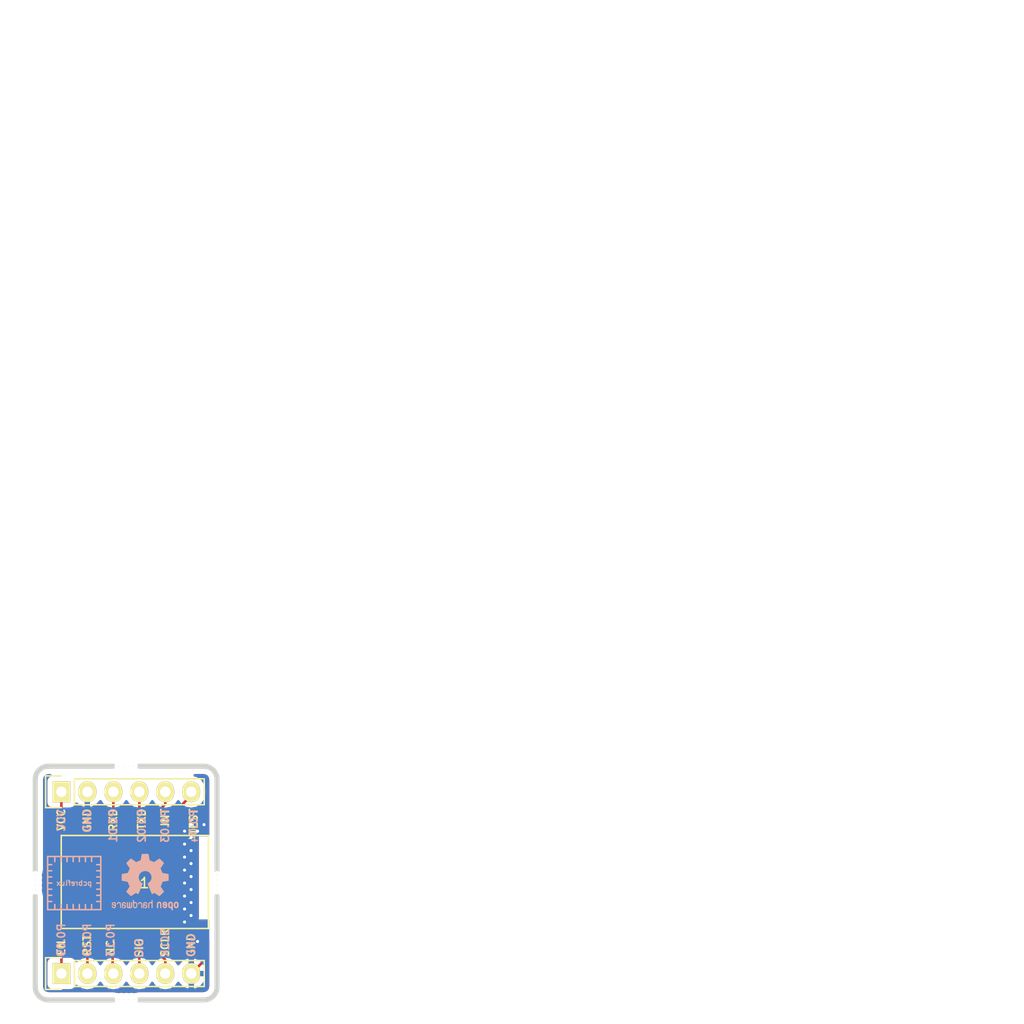
<source format=kicad_pcb>
(kicad_pcb (version 4) (host pcbnew 4.1.0-alpha+201608131231+7028~46~ubuntu16.04.1-product)

  (general
    (links 33)
    (no_connects 0)
    (area 23.099999 134.609999 41.380001 157.970001)
    (thickness 1.6)
    (drawings 44)
    (tracks 37)
    (zones 0)
    (modules 28)
    (nets 12)
  )

  (page A4)
  (layers
    (0 F.Cu signal)
    (31 B.Cu signal)
    (32 B.Adhes user)
    (33 F.Adhes user)
    (34 B.Paste user)
    (35 F.Paste user)
    (36 B.SilkS user)
    (37 F.SilkS user)
    (38 B.Mask user)
    (39 F.Mask user)
    (40 Dwgs.User user)
    (41 Cmts.User user)
    (42 Eco1.User user)
    (43 Eco2.User user)
    (44 Edge.Cuts user)
    (45 Margin user)
    (46 B.CrtYd user)
    (47 F.CrtYd user)
    (48 B.Fab user)
    (49 F.Fab user)
  )

  (setup
    (last_trace_width 0.25)
    (trace_clearance 0.2)
    (zone_clearance 0.508)
    (zone_45_only yes)
    (trace_min 0.2)
    (segment_width 0.2)
    (edge_width 0.02)
    (via_size 0.8)
    (via_drill 0.4)
    (via_min_size 0.4)
    (via_min_drill 0.3)
    (uvia_size 0.3)
    (uvia_drill 0.1)
    (uvias_allowed no)
    (uvia_min_size 0.2)
    (uvia_min_drill 0.1)
    (pcb_text_width 0.3)
    (pcb_text_size 1.5 1.5)
    (mod_edge_width 0.15)
    (mod_text_size 1 1)
    (mod_text_width 0.15)
    (pad_size 0.6 0.6)
    (pad_drill 0.3)
    (pad_to_mask_clearance 0.2)
    (aux_axis_origin 0 0)
    (grid_origin 29.7 112)
    (visible_elements 7FFFFF7F)
    (pcbplotparams
      (layerselection 0x030f0_ffffffff)
      (usegerberextensions false)
      (excludeedgelayer true)
      (linewidth 0.100000)
      (plotframeref false)
      (viasonmask false)
      (mode 1)
      (useauxorigin false)
      (hpglpennumber 1)
      (hpglpenspeed 20)
      (hpglpendiameter 15)
      (psnegative false)
      (psa4output false)
      (plotreference true)
      (plotvalue true)
      (plotinvisibletext false)
      (padsonsilk false)
      (subtractmaskfromsilk false)
      (outputformat 1)
      (mirror false)
      (drillshape 0)
      (scaleselection 1)
      (outputdirectory Gerber/))
  )

  (net 0 "")
  (net 1 "Net-(P1-Pad1)")
  (net 2 "Net-(P1-Pad3)")
  (net 3 "Net-(P1-Pad4)")
  (net 4 "Net-(P1-Pad5)")
  (net 5 "Net-(P1-Pad6)")
  (net 6 "Net-(P2-Pad1)")
  (net 7 "Net-(P2-Pad2)")
  (net 8 "Net-(P2-Pad3)")
  (net 9 "Net-(P2-Pad4)")
  (net 10 "Net-(P2-Pad5)")
  (net 11 GND)

  (net_class Default "Dies ist die voreingestellte Netzklasse."
    (clearance 0.2)
    (trace_width 0.25)
    (via_dia 0.8)
    (via_drill 0.4)
    (uvia_dia 0.3)
    (uvia_drill 0.1)
    (add_net GND)
    (add_net "Net-(P1-Pad1)")
    (add_net "Net-(P1-Pad3)")
    (add_net "Net-(P1-Pad4)")
    (add_net "Net-(P1-Pad5)")
    (add_net "Net-(P1-Pad6)")
    (add_net "Net-(P2-Pad1)")
    (add_net "Net-(P2-Pad2)")
    (add_net "Net-(P2-Pad3)")
    (add_net "Net-(P2-Pad4)")
    (add_net "Net-(P2-Pad5)")
  )

  (module module:Via-0.6mm (layer F.Cu) (tedit 57BEEED5) (tstamp 57BEEF96)
    (at 39.225 152.005)
    (fp_text reference REF** (at 0 1) (layer F.SilkS) hide
      (effects (font (size 1 1) (thickness 0.15)))
    )
    (fp_text value Via-0.6mm (at 0.5 -1) (layer F.Fab) hide
      (effects (font (size 1 1) (thickness 0.15)))
    )
    (pad 1 thru_hole circle (at 0 0) (size 0.6 0.6) (drill 0.3) (layers *.Cu)
      (net 11 GND) (zone_connect 2))
  )

  (module module:Via-0.6mm (layer F.Cu) (tedit 57BEEED5) (tstamp 57BEEF51)
    (at 38.59 140.575)
    (fp_text reference REF** (at 0 1) (layer F.SilkS) hide
      (effects (font (size 1 1) (thickness 0.15)))
    )
    (fp_text value Via-0.6mm (at 0.5 -1) (layer F.Fab) hide
      (effects (font (size 1 1) (thickness 0.15)))
    )
    (pad 1 thru_hole circle (at 0 0) (size 0.6 0.6) (drill 0.3) (layers *.Cu)
      (net 11 GND) (zone_connect 2))
  )

  (module module:Via-0.6mm (layer F.Cu) (tedit 57BEEED5) (tstamp 57BEEF4A)
    (at 39.86 140.575)
    (fp_text reference REF** (at 0 1) (layer F.SilkS) hide
      (effects (font (size 1 1) (thickness 0.15)))
    )
    (fp_text value Via-0.6mm (at 0.5 -1) (layer F.Fab) hide
      (effects (font (size 1 1) (thickness 0.15)))
    )
    (pad 1 thru_hole circle (at 0 0) (size 0.6 0.6) (drill 0.3) (layers *.Cu)
      (net 11 GND) (zone_connect 2))
  )

  (module module:Via-0.6mm (layer F.Cu) (tedit 57BEEED5) (tstamp 57BEEF36)
    (at 37.955 150.1)
    (fp_text reference REF** (at 0 1) (layer F.SilkS) hide
      (effects (font (size 1 1) (thickness 0.15)))
    )
    (fp_text value Via-0.6mm (at 0.5 -1) (layer F.Fab) hide
      (effects (font (size 1 1) (thickness 0.15)))
    )
    (pad 1 thru_hole circle (at 0 0) (size 0.6 0.6) (drill 0.3) (layers *.Cu)
      (net 11 GND) (zone_connect 2))
  )

  (module module:Via-0.6mm (layer F.Cu) (tedit 57BEEED5) (tstamp 57BEEF31)
    (at 37.955 148.83)
    (fp_text reference REF** (at 0 1) (layer F.SilkS) hide
      (effects (font (size 1 1) (thickness 0.15)))
    )
    (fp_text value Via-0.6mm (at 0.5 -1) (layer F.Fab) hide
      (effects (font (size 1 1) (thickness 0.15)))
    )
    (pad 1 thru_hole circle (at 0 0) (size 0.6 0.6) (drill 0.3) (layers *.Cu)
      (net 11 GND) (zone_connect 2))
  )

  (module module:Via-0.6mm (layer F.Cu) (tedit 57BEEED5) (tstamp 57BEEF2C)
    (at 37.955 147.56)
    (fp_text reference REF** (at 0 1) (layer F.SilkS) hide
      (effects (font (size 1 1) (thickness 0.15)))
    )
    (fp_text value Via-0.6mm (at 0.5 -1) (layer F.Fab) hide
      (effects (font (size 1 1) (thickness 0.15)))
    )
    (pad 1 thru_hole circle (at 0 0) (size 0.6 0.6) (drill 0.3) (layers *.Cu)
      (net 11 GND) (zone_connect 2))
  )

  (module module:Via-0.6mm (layer F.Cu) (tedit 57BEEED5) (tstamp 57BEEF27)
    (at 37.955 146.29)
    (fp_text reference REF** (at 0 1) (layer F.SilkS) hide
      (effects (font (size 1 1) (thickness 0.15)))
    )
    (fp_text value Via-0.6mm (at 0.5 -1) (layer F.Fab) hide
      (effects (font (size 1 1) (thickness 0.15)))
    )
    (pad 1 thru_hole circle (at 0 0) (size 0.6 0.6) (drill 0.3) (layers *.Cu)
      (net 11 GND) (zone_connect 2))
  )

  (module module:Via-0.6mm (layer F.Cu) (tedit 57BEEED5) (tstamp 57BEEF22)
    (at 37.955 145.02)
    (fp_text reference REF** (at 0 1) (layer F.SilkS) hide
      (effects (font (size 1 1) (thickness 0.15)))
    )
    (fp_text value Via-0.6mm (at 0.5 -1) (layer F.Fab) hide
      (effects (font (size 1 1) (thickness 0.15)))
    )
    (pad 1 thru_hole circle (at 0 0) (size 0.6 0.6) (drill 0.3) (layers *.Cu)
      (net 11 GND) (zone_connect 2))
  )

  (module module:Via-0.6mm (layer F.Cu) (tedit 57BEEED5) (tstamp 57BEEF1D)
    (at 37.955 143.75)
    (fp_text reference REF** (at 0 1) (layer F.SilkS) hide
      (effects (font (size 1 1) (thickness 0.15)))
    )
    (fp_text value Via-0.6mm (at 0.5 -1) (layer F.Fab) hide
      (effects (font (size 1 1) (thickness 0.15)))
    )
    (pad 1 thru_hole circle (at 0 0) (size 0.6 0.6) (drill 0.3) (layers *.Cu)
      (net 11 GND) (zone_connect 2))
  )

  (module module:Via-0.6mm (layer F.Cu) (tedit 57BEEED5) (tstamp 57BEEF18)
    (at 37.955 142.48)
    (fp_text reference REF** (at 0 1) (layer F.SilkS) hide
      (effects (font (size 1 1) (thickness 0.15)))
    )
    (fp_text value Via-0.6mm (at 0.5 -1) (layer F.Fab) hide
      (effects (font (size 1 1) (thickness 0.15)))
    )
    (pad 1 thru_hole circle (at 0 0) (size 0.6 0.6) (drill 0.3) (layers *.Cu)
      (net 11 GND) (zone_connect 2))
  )

  (module module:Via-0.6mm (layer F.Cu) (tedit 57BEEED5) (tstamp 57BEEF11)
    (at 37.955 141.21)
    (fp_text reference REF** (at 0 1) (layer F.SilkS) hide
      (effects (font (size 1 1) (thickness 0.15)))
    )
    (fp_text value Via-0.6mm (at 0.5 -1) (layer F.Fab) hide
      (effects (font (size 1 1) (thickness 0.15)))
    )
    (pad 1 thru_hole circle (at 0 0) (size 0.6 0.6) (drill 0.3) (layers *.Cu)
      (net 11 GND) (zone_connect 2))
  )

  (module module:Via-0.6mm (layer F.Cu) (tedit 57BEEED5) (tstamp 57BEEF07)
    (at 39.225 141.21)
    (fp_text reference REF** (at 0 1) (layer F.SilkS) hide
      (effects (font (size 1 1) (thickness 0.15)))
    )
    (fp_text value Via-0.6mm (at 0.5 -1) (layer F.Fab) hide
      (effects (font (size 1 1) (thickness 0.15)))
    )
    (pad 1 thru_hole circle (at 0 0) (size 0.6 0.6) (drill 0.3) (layers *.Cu)
      (net 11 GND) (zone_connect 2))
  )

  (module module:Via-0.6mm (layer F.Cu) (tedit 57BEEED5) (tstamp 57BEEF02)
    (at 38.59 141.845)
    (fp_text reference REF** (at 0 1) (layer F.SilkS) hide
      (effects (font (size 1 1) (thickness 0.15)))
    )
    (fp_text value Via-0.6mm (at 0.5 -1) (layer F.Fab) hide
      (effects (font (size 1 1) (thickness 0.15)))
    )
    (pad 1 thru_hole circle (at 0 0) (size 0.6 0.6) (drill 0.3) (layers *.Cu)
      (net 11 GND) (zone_connect 2))
  )

  (module module:Via-0.6mm (layer F.Cu) (tedit 57BEEED5) (tstamp 57BEEEFD)
    (at 38.59 143.115)
    (fp_text reference REF** (at 0 1) (layer F.SilkS) hide
      (effects (font (size 1 1) (thickness 0.15)))
    )
    (fp_text value Via-0.6mm (at 0.5 -1) (layer F.Fab) hide
      (effects (font (size 1 1) (thickness 0.15)))
    )
    (pad 1 thru_hole circle (at 0 0) (size 0.6 0.6) (drill 0.3) (layers *.Cu)
      (net 11 GND) (zone_connect 2))
  )

  (module module:Via-0.6mm (layer F.Cu) (tedit 57BEEED5) (tstamp 57BEEEF8)
    (at 38.59 144.385)
    (fp_text reference REF** (at 0 1) (layer F.SilkS) hide
      (effects (font (size 1 1) (thickness 0.15)))
    )
    (fp_text value Via-0.6mm (at 0.5 -1) (layer F.Fab) hide
      (effects (font (size 1 1) (thickness 0.15)))
    )
    (pad 1 thru_hole circle (at 0 0) (size 0.6 0.6) (drill 0.3) (layers *.Cu)
      (net 11 GND) (zone_connect 2))
  )

  (module module:Via-0.6mm (layer F.Cu) (tedit 57BEEED5) (tstamp 57BEEEF3)
    (at 38.59 145.655)
    (fp_text reference REF** (at 0 1) (layer F.SilkS) hide
      (effects (font (size 1 1) (thickness 0.15)))
    )
    (fp_text value Via-0.6mm (at 0.5 -1) (layer F.Fab) hide
      (effects (font (size 1 1) (thickness 0.15)))
    )
    (pad 1 thru_hole circle (at 0 0) (size 0.6 0.6) (drill 0.3) (layers *.Cu)
      (net 11 GND) (zone_connect 2))
  )

  (module module:Via-0.6mm (layer F.Cu) (tedit 57BEEED5) (tstamp 57BEEEEE)
    (at 38.59 146.925)
    (fp_text reference REF** (at 0 1) (layer F.SilkS) hide
      (effects (font (size 1 1) (thickness 0.15)))
    )
    (fp_text value Via-0.6mm (at 0.5 -1) (layer F.Fab) hide
      (effects (font (size 1 1) (thickness 0.15)))
    )
    (pad 1 thru_hole circle (at 0 0) (size 0.6 0.6) (drill 0.3) (layers *.Cu)
      (net 11 GND) (zone_connect 2))
  )

  (module module:Via-0.6mm (layer F.Cu) (tedit 57BEEED5) (tstamp 57BEEEE9)
    (at 38.59 148.195)
    (fp_text reference REF** (at 0 1) (layer F.SilkS) hide
      (effects (font (size 1 1) (thickness 0.15)))
    )
    (fp_text value Via-0.6mm (at 0.5 -1) (layer F.Fab) hide
      (effects (font (size 1 1) (thickness 0.15)))
    )
    (pad 1 thru_hole circle (at 0 0) (size 0.6 0.6) (drill 0.3) (layers *.Cu)
      (net 11 GND) (zone_connect 2))
  )

  (module Pin_Headers:Pin_Header_Straight_1x06 (layer F.Cu) (tedit 57AB1B14) (tstamp 57AB1FBA)
    (at 25.91 155.14 90)
    (descr "Through hole pin header")
    (tags "pin header")
    (path /57AB05AC)
    (fp_text reference P2 (at 0 15.24 90) (layer F.SilkS) hide
      (effects (font (size 1 1) (thickness 0.15)))
    )
    (fp_text value CONN_01X06 (at 0 -3.1 90) (layer F.Fab) hide
      (effects (font (size 1 1) (thickness 0.15)))
    )
    (fp_line (start -1.75 -1.75) (end -1.75 14.45) (layer F.CrtYd) (width 0.05))
    (fp_line (start 1.75 -1.75) (end 1.75 14.45) (layer F.CrtYd) (width 0.05))
    (fp_line (start -1.75 -1.75) (end 1.75 -1.75) (layer F.CrtYd) (width 0.05))
    (fp_line (start -1.75 14.45) (end 1.75 14.45) (layer F.CrtYd) (width 0.05))
    (fp_line (start 1.27 1.27) (end 1.27 13.97) (layer F.SilkS) (width 0.15))
    (fp_line (start 1.27 13.97) (end -1.27 13.97) (layer F.SilkS) (width 0.15))
    (fp_line (start -1.27 13.97) (end -1.27 1.27) (layer F.SilkS) (width 0.15))
    (fp_line (start 1.55 -1.55) (end 1.55 0) (layer F.SilkS) (width 0.15))
    (fp_line (start 1.27 1.27) (end -1.27 1.27) (layer F.SilkS) (width 0.15))
    (fp_line (start -1.55 0) (end -1.55 -1.55) (layer F.SilkS) (width 0.15))
    (fp_line (start -1.55 -1.55) (end 1.55 -1.55) (layer F.SilkS) (width 0.15))
    (pad 1 thru_hole rect (at 0 0 90) (size 2.032 1.7272) (drill 1.016) (layers *.Cu *.Mask F.SilkS)
      (net 6 "Net-(P2-Pad1)"))
    (pad 2 thru_hole oval (at 0 2.54 90) (size 2.032 1.7272) (drill 1.016) (layers *.Cu *.Mask F.SilkS)
      (net 7 "Net-(P2-Pad2)"))
    (pad 3 thru_hole oval (at 0 5.08 90) (size 2.032 1.7272) (drill 1.016) (layers *.Cu *.Mask F.SilkS)
      (net 8 "Net-(P2-Pad3)"))
    (pad 4 thru_hole oval (at 0 7.62 90) (size 2.032 1.7272) (drill 1.016) (layers *.Cu *.Mask F.SilkS)
      (net 9 "Net-(P2-Pad4)"))
    (pad 5 thru_hole oval (at 0 10.16 90) (size 2.032 1.7272) (drill 1.016) (layers *.Cu *.Mask F.SilkS)
      (net 10 "Net-(P2-Pad5)"))
    (pad 6 thru_hole oval (at 0 12.7 90) (size 2.032 1.7272) (drill 1.016) (layers *.Cu *.Mask F.SilkS)
      (net 11 GND))
    (model Pin_Headers.3dshapes/Pin_Header_Straight_1x06.wrl
      (at (xyz 0 -0.25 -0.06692913385826772))
      (scale (xyz 1 1 1))
      (rotate (xyz 0 180 90))
    )
  )

  (module Pin_Headers:Pin_Header_Straight_1x06 (layer F.Cu) (tedit 57AB1B0E) (tstamp 57AB1FA6)
    (at 25.91 137.36 90)
    (descr "Through hole pin header")
    (tags "pin header")
    (path /57AB04CA)
    (fp_text reference P1 (at 0 15.24 90) (layer F.SilkS) hide
      (effects (font (size 1 1) (thickness 0.15)))
    )
    (fp_text value CONN_01X06 (at 0 -3.1 90) (layer F.Fab) hide
      (effects (font (size 1 1) (thickness 0.15)))
    )
    (fp_line (start -1.75 -1.75) (end -1.75 14.45) (layer F.CrtYd) (width 0.05))
    (fp_line (start 1.75 -1.75) (end 1.75 14.45) (layer F.CrtYd) (width 0.05))
    (fp_line (start -1.75 -1.75) (end 1.75 -1.75) (layer F.CrtYd) (width 0.05))
    (fp_line (start -1.75 14.45) (end 1.75 14.45) (layer F.CrtYd) (width 0.05))
    (fp_line (start 1.27 1.27) (end 1.27 13.97) (layer F.SilkS) (width 0.15))
    (fp_line (start 1.27 13.97) (end -1.27 13.97) (layer F.SilkS) (width 0.15))
    (fp_line (start -1.27 13.97) (end -1.27 1.27) (layer F.SilkS) (width 0.15))
    (fp_line (start 1.55 -1.55) (end 1.55 0) (layer F.SilkS) (width 0.15))
    (fp_line (start 1.27 1.27) (end -1.27 1.27) (layer F.SilkS) (width 0.15))
    (fp_line (start -1.55 0) (end -1.55 -1.55) (layer F.SilkS) (width 0.15))
    (fp_line (start -1.55 -1.55) (end 1.55 -1.55) (layer F.SilkS) (width 0.15))
    (pad 1 thru_hole rect (at 0 0 90) (size 2.032 1.7272) (drill 1.016) (layers *.Cu *.Mask F.SilkS)
      (net 1 "Net-(P1-Pad1)"))
    (pad 2 thru_hole oval (at 0 2.54 90) (size 2.032 1.7272) (drill 1.016) (layers *.Cu *.Mask F.SilkS)
      (net 11 GND))
    (pad 3 thru_hole oval (at 0 5.08 90) (size 2.032 1.7272) (drill 1.016) (layers *.Cu *.Mask F.SilkS)
      (net 2 "Net-(P1-Pad3)"))
    (pad 4 thru_hole oval (at 0 7.62 90) (size 2.032 1.7272) (drill 1.016) (layers *.Cu *.Mask F.SilkS)
      (net 3 "Net-(P1-Pad4)"))
    (pad 5 thru_hole oval (at 0 10.16 90) (size 2.032 1.7272) (drill 1.016) (layers *.Cu *.Mask F.SilkS)
      (net 4 "Net-(P1-Pad5)"))
    (pad 6 thru_hole oval (at 0 12.7 90) (size 2.032 1.7272) (drill 1.016) (layers *.Cu *.Mask F.SilkS)
      (net 5 "Net-(P1-Pad6)"))
    (model Pin_Headers.3dshapes/Pin_Header_Straight_1x06.wrl
      (at (xyz 0 -0.25 -0.06692913385826772))
      (scale (xyz 1 1 1))
      (rotate (xyz 0 180 90))
    )
  )

  (module module:Via-0.6mm (layer F.Cu) (tedit 57BEEED5) (tstamp 57BEEEC9)
    (at 38.59 149.465)
    (fp_text reference REF** (at 0 1) (layer F.SilkS) hide
      (effects (font (size 1 1) (thickness 0.15)))
    )
    (fp_text value Via-0.6mm (at 0.5 -1) (layer F.Fab) hide
      (effects (font (size 1 1) (thickness 0.15)))
    )
    (pad 1 thru_hole circle (at 0 0) (size 0.6 0.6) (drill 0.3) (layers *.Cu)
      (net 11 GND) (zone_connect 2))
  )

  (module module:pcbreflux_logo (layer B.Cu) (tedit 5794F58C) (tstamp 57AB3696)
    (at 27.16 146.29)
    (fp_text reference REF** (at 0 -3.8) (layer B.SilkS) hide
      (effects (font (size 1 1) (thickness 0.15)) (justify mirror))
    )
    (fp_text value pcbreflux_logo (at 0.2 3.6) (layer B.Fab) hide
      (effects (font (size 1 1) (thickness 0.15)) (justify mirror))
    )
    (fp_text user pcbreflux (at 0 0) (layer B.SilkS)
      (effects (font (size 0.5 0.5) (thickness 0.1)) (justify mirror))
    )
    (fp_line (start 1.7 -2.5) (end 1.7 -2.1) (layer B.SilkS) (width 0.15))
    (fp_line (start 1.1 -2.5) (end 1.1 -2.1) (layer B.SilkS) (width 0.15))
    (fp_line (start 0.5 -2.5) (end 0.5 -2.1) (layer B.SilkS) (width 0.15))
    (fp_line (start -0.1 -2.5) (end -0.1 -2.1) (layer B.SilkS) (width 0.15))
    (fp_line (start -0.7 -2.5) (end -0.7 -2.1) (layer B.SilkS) (width 0.15))
    (fp_line (start -1.3 -2.5) (end -1.3 -2.1) (layer B.SilkS) (width 0.15))
    (fp_line (start -1.9 -2.5) (end -1.9 -2.1) (layer B.SilkS) (width 0.15))
    (fp_line (start -2.6 2.6) (end 2.6 2.6) (layer B.SilkS) (width 0.15))
    (fp_line (start -2.6 -2.6) (end 2.6 -2.6) (layer B.SilkS) (width 0.15))
    (fp_line (start -1.9 2.1) (end -1.9 2.5) (layer B.SilkS) (width 0.15))
    (fp_line (start -1.3 2.1) (end -1.3 2.5) (layer B.SilkS) (width 0.15))
    (fp_line (start -0.7 2.1) (end -0.7 2.5) (layer B.SilkS) (width 0.15))
    (fp_line (start -0.1 2.1) (end -0.1 2.5) (layer B.SilkS) (width 0.15))
    (fp_line (start 0.5 2.1) (end 0.5 2.5) (layer B.SilkS) (width 0.15))
    (fp_line (start 1.1 2.1) (end 1.1 2.5) (layer B.SilkS) (width 0.15))
    (fp_line (start 1.7 2.1) (end 1.7 2.5) (layer B.SilkS) (width 0.15))
    (fp_line (start -2.6 1.8) (end -2.2 1.8) (layer B.SilkS) (width 0.15))
    (fp_line (start -2.6 1.2) (end -2.2 1.2) (layer B.SilkS) (width 0.15))
    (fp_line (start -2.6 0.6) (end -2.2 0.6) (layer B.SilkS) (width 0.15))
    (fp_line (start -2.6 0) (end -2.2 0) (layer B.SilkS) (width 0.15))
    (fp_line (start -2.6 -0.6) (end -2.2 -0.6) (layer B.SilkS) (width 0.15))
    (fp_line (start -2.6 -1.2) (end -2.2 -1.2) (layer B.SilkS) (width 0.15))
    (fp_line (start -2.6 -1.8) (end -2.2 -1.8) (layer B.SilkS) (width 0.15))
    (fp_line (start 2.2 -1.8) (end 2.6 -1.8) (layer B.SilkS) (width 0.15))
    (fp_line (start 2.2 -1.2) (end 2.6 -1.2) (layer B.SilkS) (width 0.15))
    (fp_line (start 2.2 -0.6) (end 2.6 -0.6) (layer B.SilkS) (width 0.15))
    (fp_line (start 2.2 0) (end 2.6 0) (layer B.SilkS) (width 0.15))
    (fp_line (start 2.2 0.6) (end 2.6 0.6) (layer B.SilkS) (width 0.15))
    (fp_line (start 2.2 1.2) (end 2.6 1.2) (layer B.SilkS) (width 0.15))
    (fp_line (start 2.2 1.8) (end 2.6 1.8) (layer B.SilkS) (width 0.15))
    (fp_line (start 2.6 2.6) (end 2.6 -2.6) (layer B.SilkS) (width 0.15))
    (fp_line (start -2.6 -2.6) (end -2.6 2.6) (layer B.SilkS) (width 0.15))
  )

  (module Symbols:OSHW-Logo2_7.3x6mm_SilkScreen (layer B.Cu) (tedit 0) (tstamp 57BF042C)
    (at 34.1 146.2 180)
    (descr "Open Source Hardware Symbol")
    (tags "Logo Symbol OSHW")
    (attr virtual)
    (fp_text reference REF*** (at 0 0 180) (layer B.SilkS) hide
      (effects (font (size 1 1) (thickness 0.15)) (justify mirror))
    )
    (fp_text value OSHW-Logo2_7.3x6mm_SilkScreen (at 0.75 0 180) (layer B.Fab) hide
      (effects (font (size 1 1) (thickness 0.15)) (justify mirror))
    )
    (fp_poly (pts (xy -2.400256 -1.919918) (xy -2.344799 -1.947568) (xy -2.295852 -1.99848) (xy -2.282371 -2.017338)
      (xy -2.267686 -2.042015) (xy -2.258158 -2.068816) (xy -2.252707 -2.104587) (xy -2.250253 -2.156169)
      (xy -2.249714 -2.224267) (xy -2.252148 -2.317588) (xy -2.260606 -2.387657) (xy -2.276826 -2.439931)
      (xy -2.302546 -2.479869) (xy -2.339503 -2.512929) (xy -2.342218 -2.514886) (xy -2.37864 -2.534908)
      (xy -2.422498 -2.544815) (xy -2.478276 -2.547257) (xy -2.568952 -2.547257) (xy -2.56899 -2.635283)
      (xy -2.569834 -2.684308) (xy -2.574976 -2.713065) (xy -2.588413 -2.730311) (xy -2.614142 -2.744808)
      (xy -2.620321 -2.747769) (xy -2.649236 -2.761648) (xy -2.671624 -2.770414) (xy -2.688271 -2.771171)
      (xy -2.699964 -2.761023) (xy -2.70749 -2.737073) (xy -2.711634 -2.696426) (xy -2.713185 -2.636186)
      (xy -2.712929 -2.553455) (xy -2.711651 -2.445339) (xy -2.711252 -2.413) (xy -2.709815 -2.301524)
      (xy -2.708528 -2.228603) (xy -2.569029 -2.228603) (xy -2.568245 -2.290499) (xy -2.56476 -2.330997)
      (xy -2.556876 -2.357708) (xy -2.542895 -2.378244) (xy -2.533403 -2.38826) (xy -2.494596 -2.417567)
      (xy -2.460237 -2.419952) (xy -2.424784 -2.39575) (xy -2.423886 -2.394857) (xy -2.409461 -2.376153)
      (xy -2.400687 -2.350732) (xy -2.396261 -2.311584) (xy -2.394882 -2.251697) (xy -2.394857 -2.23843)
      (xy -2.398188 -2.155901) (xy -2.409031 -2.098691) (xy -2.42866 -2.063766) (xy -2.45835 -2.048094)
      (xy -2.475509 -2.046514) (xy -2.516234 -2.053926) (xy -2.544168 -2.07833) (xy -2.560983 -2.12298)
      (xy -2.56835 -2.19113) (xy -2.569029 -2.228603) (xy -2.708528 -2.228603) (xy -2.708292 -2.215245)
      (xy -2.706323 -2.150333) (xy -2.70355 -2.102958) (xy -2.699612 -2.06929) (xy -2.694151 -2.045498)
      (xy -2.686808 -2.027753) (xy -2.677223 -2.012224) (xy -2.673113 -2.006381) (xy -2.618595 -1.951185)
      (xy -2.549664 -1.91989) (xy -2.469928 -1.911165) (xy -2.400256 -1.919918)) (layer B.SilkS) (width 0.01))
    (fp_poly (pts (xy -1.283907 -1.92778) (xy -1.237328 -1.954723) (xy -1.204943 -1.981466) (xy -1.181258 -2.009484)
      (xy -1.164941 -2.043748) (xy -1.154661 -2.089227) (xy -1.149086 -2.150892) (xy -1.146884 -2.233711)
      (xy -1.146629 -2.293246) (xy -1.146629 -2.512391) (xy -1.208314 -2.540044) (xy -1.27 -2.567697)
      (xy -1.277257 -2.32767) (xy -1.280256 -2.238028) (xy -1.283402 -2.172962) (xy -1.287299 -2.128026)
      (xy -1.292553 -2.09877) (xy -1.299769 -2.080748) (xy -1.30955 -2.069511) (xy -1.312688 -2.067079)
      (xy -1.360239 -2.048083) (xy -1.408303 -2.0556) (xy -1.436914 -2.075543) (xy -1.448553 -2.089675)
      (xy -1.456609 -2.10822) (xy -1.461729 -2.136334) (xy -1.464559 -2.179173) (xy -1.465744 -2.241895)
      (xy -1.465943 -2.307261) (xy -1.465982 -2.389268) (xy -1.467386 -2.447316) (xy -1.472086 -2.486465)
      (xy -1.482013 -2.51178) (xy -1.499097 -2.528323) (xy -1.525268 -2.541156) (xy -1.560225 -2.554491)
      (xy -1.598404 -2.569007) (xy -1.593859 -2.311389) (xy -1.592029 -2.218519) (xy -1.589888 -2.149889)
      (xy -1.586819 -2.100711) (xy -1.582206 -2.066198) (xy -1.575432 -2.041562) (xy -1.565881 -2.022016)
      (xy -1.554366 -2.00477) (xy -1.49881 -1.94968) (xy -1.43102 -1.917822) (xy -1.357287 -1.910191)
      (xy -1.283907 -1.92778)) (layer B.SilkS) (width 0.01))
    (fp_poly (pts (xy -2.958885 -1.921962) (xy -2.890855 -1.957733) (xy -2.840649 -2.015301) (xy -2.822815 -2.052312)
      (xy -2.808937 -2.107882) (xy -2.801833 -2.178096) (xy -2.80116 -2.254727) (xy -2.806573 -2.329552)
      (xy -2.81773 -2.394342) (xy -2.834286 -2.440873) (xy -2.839374 -2.448887) (xy -2.899645 -2.508707)
      (xy -2.971231 -2.544535) (xy -3.048908 -2.55502) (xy -3.127452 -2.53881) (xy -3.149311 -2.529092)
      (xy -3.191878 -2.499143) (xy -3.229237 -2.459433) (xy -3.232768 -2.454397) (xy -3.247119 -2.430124)
      (xy -3.256606 -2.404178) (xy -3.26221 -2.370022) (xy -3.264914 -2.321119) (xy -3.265701 -2.250935)
      (xy -3.265714 -2.2352) (xy -3.265678 -2.230192) (xy -3.120571 -2.230192) (xy -3.119727 -2.29643)
      (xy -3.116404 -2.340386) (xy -3.109417 -2.368779) (xy -3.097584 -2.388325) (xy -3.091543 -2.394857)
      (xy -3.056814 -2.41968) (xy -3.023097 -2.418548) (xy -2.989005 -2.397016) (xy -2.968671 -2.374029)
      (xy -2.956629 -2.340478) (xy -2.949866 -2.287569) (xy -2.949402 -2.281399) (xy -2.948248 -2.185513)
      (xy -2.960312 -2.114299) (xy -2.98543 -2.068194) (xy -3.02344 -2.047635) (xy -3.037008 -2.046514)
      (xy -3.072636 -2.052152) (xy -3.097006 -2.071686) (xy -3.111907 -2.109042) (xy -3.119125 -2.16815)
      (xy -3.120571 -2.230192) (xy -3.265678 -2.230192) (xy -3.265174 -2.160413) (xy -3.262904 -2.108159)
      (xy -3.257932 -2.071949) (xy -3.249287 -2.045299) (xy -3.235995 -2.021722) (xy -3.233057 -2.017338)
      (xy -3.183687 -1.958249) (xy -3.129891 -1.923947) (xy -3.064398 -1.910331) (xy -3.042158 -1.909665)
      (xy -2.958885 -1.921962)) (layer B.SilkS) (width 0.01))
    (fp_poly (pts (xy -1.831697 -1.931239) (xy -1.774473 -1.969735) (xy -1.730251 -2.025335) (xy -1.703833 -2.096086)
      (xy -1.69849 -2.148162) (xy -1.699097 -2.169893) (xy -1.704178 -2.186531) (xy -1.718145 -2.201437)
      (xy -1.745411 -2.217973) (xy -1.790388 -2.239498) (xy -1.857489 -2.269374) (xy -1.857829 -2.269524)
      (xy -1.919593 -2.297813) (xy -1.970241 -2.322933) (xy -2.004596 -2.342179) (xy -2.017482 -2.352848)
      (xy -2.017486 -2.352934) (xy -2.006128 -2.376166) (xy -1.979569 -2.401774) (xy -1.949077 -2.420221)
      (xy -1.93363 -2.423886) (xy -1.891485 -2.411212) (xy -1.855192 -2.379471) (xy -1.837483 -2.344572)
      (xy -1.820448 -2.318845) (xy -1.787078 -2.289546) (xy -1.747851 -2.264235) (xy -1.713244 -2.250471)
      (xy -1.706007 -2.249714) (xy -1.697861 -2.26216) (xy -1.69737 -2.293972) (xy -1.703357 -2.336866)
      (xy -1.714643 -2.382558) (xy -1.73005 -2.422761) (xy -1.730829 -2.424322) (xy -1.777196 -2.489062)
      (xy -1.837289 -2.533097) (xy -1.905535 -2.554711) (xy -1.976362 -2.552185) (xy -2.044196 -2.523804)
      (xy -2.047212 -2.521808) (xy -2.100573 -2.473448) (xy -2.13566 -2.410352) (xy -2.155078 -2.327387)
      (xy -2.157684 -2.304078) (xy -2.162299 -2.194055) (xy -2.156767 -2.142748) (xy -2.017486 -2.142748)
      (xy -2.015676 -2.174753) (xy -2.005778 -2.184093) (xy -1.981102 -2.177105) (xy -1.942205 -2.160587)
      (xy -1.898725 -2.139881) (xy -1.897644 -2.139333) (xy -1.860791 -2.119949) (xy -1.846 -2.107013)
      (xy -1.849647 -2.093451) (xy -1.865005 -2.075632) (xy -1.904077 -2.049845) (xy -1.946154 -2.04795)
      (xy -1.983897 -2.066717) (xy -2.009966 -2.102915) (xy -2.017486 -2.142748) (xy -2.156767 -2.142748)
      (xy -2.152806 -2.106027) (xy -2.12845 -2.036212) (xy -2.094544 -1.987302) (xy -2.033347 -1.937878)
      (xy -1.965937 -1.913359) (xy -1.89712 -1.911797) (xy -1.831697 -1.931239)) (layer B.SilkS) (width 0.01))
    (fp_poly (pts (xy -0.624114 -1.851289) (xy -0.619861 -1.910613) (xy -0.614975 -1.945572) (xy -0.608205 -1.96082)
      (xy -0.598298 -1.961015) (xy -0.595086 -1.959195) (xy -0.552356 -1.946015) (xy -0.496773 -1.946785)
      (xy -0.440263 -1.960333) (xy -0.404918 -1.977861) (xy -0.368679 -2.005861) (xy -0.342187 -2.037549)
      (xy -0.324001 -2.077813) (xy -0.312678 -2.131543) (xy -0.306778 -2.203626) (xy -0.304857 -2.298951)
      (xy -0.304823 -2.317237) (xy -0.3048 -2.522646) (xy -0.350509 -2.53858) (xy -0.382973 -2.54942)
      (xy -0.400785 -2.554468) (xy -0.401309 -2.554514) (xy -0.403063 -2.540828) (xy -0.404556 -2.503076)
      (xy -0.405674 -2.446224) (xy -0.406303 -2.375234) (xy -0.4064 -2.332073) (xy -0.406602 -2.246973)
      (xy -0.407642 -2.185981) (xy -0.410169 -2.144177) (xy -0.414836 -2.116642) (xy -0.422293 -2.098456)
      (xy -0.433189 -2.084698) (xy -0.439993 -2.078073) (xy -0.486728 -2.051375) (xy -0.537728 -2.049375)
      (xy -0.583999 -2.071955) (xy -0.592556 -2.080107) (xy -0.605107 -2.095436) (xy -0.613812 -2.113618)
      (xy -0.619369 -2.139909) (xy -0.622474 -2.179562) (xy -0.623824 -2.237832) (xy -0.624114 -2.318173)
      (xy -0.624114 -2.522646) (xy -0.669823 -2.53858) (xy -0.702287 -2.54942) (xy -0.720099 -2.554468)
      (xy -0.720623 -2.554514) (xy -0.721963 -2.540623) (xy -0.723172 -2.501439) (xy -0.724199 -2.4407)
      (xy -0.724998 -2.362141) (xy -0.725519 -2.269498) (xy -0.725714 -2.166509) (xy -0.725714 -1.769342)
      (xy -0.678543 -1.749444) (xy -0.631371 -1.729547) (xy -0.624114 -1.851289)) (layer B.SilkS) (width 0.01))
    (fp_poly (pts (xy 0.039744 -1.950968) (xy 0.096616 -1.972087) (xy 0.097267 -1.972493) (xy 0.13244 -1.99838)
      (xy 0.158407 -2.028633) (xy 0.17667 -2.068058) (xy 0.188732 -2.121462) (xy 0.196096 -2.193651)
      (xy 0.200264 -2.289432) (xy 0.200629 -2.303078) (xy 0.205876 -2.508842) (xy 0.161716 -2.531678)
      (xy 0.129763 -2.54711) (xy 0.11047 -2.554423) (xy 0.109578 -2.554514) (xy 0.106239 -2.541022)
      (xy 0.103587 -2.504626) (xy 0.101956 -2.451452) (xy 0.1016 -2.408393) (xy 0.101592 -2.338641)
      (xy 0.098403 -2.294837) (xy 0.087288 -2.273944) (xy 0.063501 -2.272925) (xy 0.022296 -2.288741)
      (xy -0.039914 -2.317815) (xy -0.085659 -2.341963) (xy -0.109187 -2.362913) (xy -0.116104 -2.385747)
      (xy -0.116114 -2.386877) (xy -0.104701 -2.426212) (xy -0.070908 -2.447462) (xy -0.019191 -2.450539)
      (xy 0.018061 -2.450006) (xy 0.037703 -2.460735) (xy 0.049952 -2.486505) (xy 0.057002 -2.519337)
      (xy 0.046842 -2.537966) (xy 0.043017 -2.540632) (xy 0.007001 -2.55134) (xy -0.043434 -2.552856)
      (xy -0.095374 -2.545759) (xy -0.132178 -2.532788) (xy -0.183062 -2.489585) (xy -0.211986 -2.429446)
      (xy -0.217714 -2.382462) (xy -0.213343 -2.340082) (xy -0.197525 -2.305488) (xy -0.166203 -2.274763)
      (xy -0.115322 -2.24399) (xy -0.040824 -2.209252) (xy -0.036286 -2.207288) (xy 0.030821 -2.176287)
      (xy 0.072232 -2.150862) (xy 0.089981 -2.128014) (xy 0.086107 -2.104745) (xy 0.062643 -2.078056)
      (xy 0.055627 -2.071914) (xy 0.00863 -2.0481) (xy -0.040067 -2.049103) (xy -0.082478 -2.072451)
      (xy -0.110616 -2.115675) (xy -0.113231 -2.12416) (xy -0.138692 -2.165308) (xy -0.170999 -2.185128)
      (xy -0.217714 -2.20477) (xy -0.217714 -2.15395) (xy -0.203504 -2.080082) (xy -0.161325 -2.012327)
      (xy -0.139376 -1.989661) (xy -0.089483 -1.960569) (xy -0.026033 -1.9474) (xy 0.039744 -1.950968)) (layer B.SilkS) (width 0.01))
    (fp_poly (pts (xy 0.529926 -1.949755) (xy 0.595858 -1.974084) (xy 0.649273 -2.017117) (xy 0.670164 -2.047409)
      (xy 0.692939 -2.102994) (xy 0.692466 -2.143186) (xy 0.668562 -2.170217) (xy 0.659717 -2.174813)
      (xy 0.62153 -2.189144) (xy 0.602028 -2.185472) (xy 0.595422 -2.161407) (xy 0.595086 -2.148114)
      (xy 0.582992 -2.09921) (xy 0.551471 -2.064999) (xy 0.507659 -2.048476) (xy 0.458695 -2.052634)
      (xy 0.418894 -2.074227) (xy 0.40545 -2.086544) (xy 0.395921 -2.101487) (xy 0.389485 -2.124075)
      (xy 0.385317 -2.159328) (xy 0.382597 -2.212266) (xy 0.380502 -2.287907) (xy 0.37996 -2.311857)
      (xy 0.377981 -2.39379) (xy 0.375731 -2.451455) (xy 0.372357 -2.489608) (xy 0.367006 -2.513004)
      (xy 0.358824 -2.526398) (xy 0.346959 -2.534545) (xy 0.339362 -2.538144) (xy 0.307102 -2.550452)
      (xy 0.288111 -2.554514) (xy 0.281836 -2.540948) (xy 0.278006 -2.499934) (xy 0.2766 -2.430999)
      (xy 0.277598 -2.333669) (xy 0.277908 -2.318657) (xy 0.280101 -2.229859) (xy 0.282693 -2.165019)
      (xy 0.286382 -2.119067) (xy 0.291864 -2.086935) (xy 0.299835 -2.063553) (xy 0.310993 -2.043852)
      (xy 0.31683 -2.03541) (xy 0.350296 -1.998057) (xy 0.387727 -1.969003) (xy 0.392309 -1.966467)
      (xy 0.459426 -1.946443) (xy 0.529926 -1.949755)) (layer B.SilkS) (width 0.01))
    (fp_poly (pts (xy 1.190117 -2.065358) (xy 1.189933 -2.173837) (xy 1.189219 -2.257287) (xy 1.187675 -2.319704)
      (xy 1.185001 -2.365085) (xy 1.180894 -2.397429) (xy 1.175055 -2.420733) (xy 1.167182 -2.438995)
      (xy 1.161221 -2.449418) (xy 1.111855 -2.505945) (xy 1.049264 -2.541377) (xy 0.980013 -2.55409)
      (xy 0.910668 -2.542463) (xy 0.869375 -2.521568) (xy 0.826025 -2.485422) (xy 0.796481 -2.441276)
      (xy 0.778655 -2.383462) (xy 0.770463 -2.306313) (xy 0.769302 -2.249714) (xy 0.769458 -2.245647)
      (xy 0.870857 -2.245647) (xy 0.871476 -2.31055) (xy 0.874314 -2.353514) (xy 0.88084 -2.381622)
      (xy 0.892523 -2.401953) (xy 0.906483 -2.417288) (xy 0.953365 -2.44689) (xy 1.003701 -2.449419)
      (xy 1.051276 -2.424705) (xy 1.054979 -2.421356) (xy 1.070783 -2.403935) (xy 1.080693 -2.383209)
      (xy 1.086058 -2.352362) (xy 1.088228 -2.304577) (xy 1.088571 -2.251748) (xy 1.087827 -2.185381)
      (xy 1.084748 -2.141106) (xy 1.078061 -2.112009) (xy 1.066496 -2.091173) (xy 1.057013 -2.080107)
      (xy 1.01296 -2.052198) (xy 0.962224 -2.048843) (xy 0.913796 -2.070159) (xy 0.90445 -2.078073)
      (xy 0.88854 -2.095647) (xy 0.87861 -2.116587) (xy 0.873278 -2.147782) (xy 0.871163 -2.196122)
      (xy 0.870857 -2.245647) (xy 0.769458 -2.245647) (xy 0.77281 -2.158568) (xy 0.784726 -2.090086)
      (xy 0.807135 -2.0386) (xy 0.842124 -1.998443) (xy 0.869375 -1.977861) (xy 0.918907 -1.955625)
      (xy 0.976316 -1.945304) (xy 1.029682 -1.948067) (xy 1.059543 -1.959212) (xy 1.071261 -1.962383)
      (xy 1.079037 -1.950557) (xy 1.084465 -1.918866) (xy 1.088571 -1.870593) (xy 1.093067 -1.816829)
      (xy 1.099313 -1.784482) (xy 1.110676 -1.765985) (xy 1.130528 -1.75377) (xy 1.143 -1.748362)
      (xy 1.190171 -1.728601) (xy 1.190117 -2.065358)) (layer B.SilkS) (width 0.01))
    (fp_poly (pts (xy 1.779833 -1.958663) (xy 1.782048 -1.99685) (xy 1.783784 -2.054886) (xy 1.784899 -2.12818)
      (xy 1.785257 -2.205055) (xy 1.785257 -2.465196) (xy 1.739326 -2.511127) (xy 1.707675 -2.539429)
      (xy 1.67989 -2.550893) (xy 1.641915 -2.550168) (xy 1.62684 -2.548321) (xy 1.579726 -2.542948)
      (xy 1.540756 -2.539869) (xy 1.531257 -2.539585) (xy 1.499233 -2.541445) (xy 1.453432 -2.546114)
      (xy 1.435674 -2.548321) (xy 1.392057 -2.551735) (xy 1.362745 -2.54432) (xy 1.33368 -2.521427)
      (xy 1.323188 -2.511127) (xy 1.277257 -2.465196) (xy 1.277257 -1.978602) (xy 1.314226 -1.961758)
      (xy 1.346059 -1.949282) (xy 1.364683 -1.944914) (xy 1.369458 -1.958718) (xy 1.373921 -1.997286)
      (xy 1.377775 -2.056356) (xy 1.380722 -2.131663) (xy 1.382143 -2.195286) (xy 1.386114 -2.445657)
      (xy 1.420759 -2.450556) (xy 1.452268 -2.447131) (xy 1.467708 -2.436041) (xy 1.472023 -2.415308)
      (xy 1.475708 -2.371145) (xy 1.478469 -2.309146) (xy 1.480012 -2.234909) (xy 1.480235 -2.196706)
      (xy 1.480457 -1.976783) (xy 1.526166 -1.960849) (xy 1.558518 -1.950015) (xy 1.576115 -1.944962)
      (xy 1.576623 -1.944914) (xy 1.578388 -1.958648) (xy 1.580329 -1.99673) (xy 1.582282 -2.054482)
      (xy 1.584084 -2.127227) (xy 1.585343 -2.195286) (xy 1.589314 -2.445657) (xy 1.6764 -2.445657)
      (xy 1.680396 -2.21724) (xy 1.684392 -1.988822) (xy 1.726847 -1.966868) (xy 1.758192 -1.951793)
      (xy 1.776744 -1.944951) (xy 1.777279 -1.944914) (xy 1.779833 -1.958663)) (layer B.SilkS) (width 0.01))
    (fp_poly (pts (xy 2.144876 -1.956335) (xy 2.186667 -1.975344) (xy 2.219469 -1.998378) (xy 2.243503 -2.024133)
      (xy 2.260097 -2.057358) (xy 2.270577 -2.1028) (xy 2.276271 -2.165207) (xy 2.278507 -2.249327)
      (xy 2.278743 -2.304721) (xy 2.278743 -2.520826) (xy 2.241774 -2.53767) (xy 2.212656 -2.549981)
      (xy 2.198231 -2.554514) (xy 2.195472 -2.541025) (xy 2.193282 -2.504653) (xy 2.191942 -2.451542)
      (xy 2.191657 -2.409372) (xy 2.190434 -2.348447) (xy 2.187136 -2.300115) (xy 2.182321 -2.270518)
      (xy 2.178496 -2.264229) (xy 2.152783 -2.270652) (xy 2.112418 -2.287125) (xy 2.065679 -2.309458)
      (xy 2.020845 -2.333457) (xy 1.986193 -2.35493) (xy 1.970002 -2.369685) (xy 1.969938 -2.369845)
      (xy 1.97133 -2.397152) (xy 1.983818 -2.423219) (xy 2.005743 -2.444392) (xy 2.037743 -2.451474)
      (xy 2.065092 -2.450649) (xy 2.103826 -2.450042) (xy 2.124158 -2.459116) (xy 2.136369 -2.483092)
      (xy 2.137909 -2.487613) (xy 2.143203 -2.521806) (xy 2.129047 -2.542568) (xy 2.092148 -2.552462)
      (xy 2.052289 -2.554292) (xy 1.980562 -2.540727) (xy 1.943432 -2.521355) (xy 1.897576 -2.475845)
      (xy 1.873256 -2.419983) (xy 1.871073 -2.360957) (xy 1.891629 -2.305953) (xy 1.922549 -2.271486)
      (xy 1.95342 -2.252189) (xy 2.001942 -2.227759) (xy 2.058485 -2.202985) (xy 2.06791 -2.199199)
      (xy 2.130019 -2.171791) (xy 2.165822 -2.147634) (xy 2.177337 -2.123619) (xy 2.16658 -2.096635)
      (xy 2.148114 -2.075543) (xy 2.104469 -2.049572) (xy 2.056446 -2.047624) (xy 2.012406 -2.067637)
      (xy 1.980709 -2.107551) (xy 1.976549 -2.117848) (xy 1.952327 -2.155724) (xy 1.916965 -2.183842)
      (xy 1.872343 -2.206917) (xy 1.872343 -2.141485) (xy 1.874969 -2.101506) (xy 1.88623 -2.069997)
      (xy 1.911199 -2.036378) (xy 1.935169 -2.010484) (xy 1.972441 -1.973817) (xy 2.001401 -1.954121)
      (xy 2.032505 -1.94622) (xy 2.067713 -1.944914) (xy 2.144876 -1.956335)) (layer B.SilkS) (width 0.01))
    (fp_poly (pts (xy 2.6526 -1.958752) (xy 2.669948 -1.966334) (xy 2.711356 -1.999128) (xy 2.746765 -2.046547)
      (xy 2.768664 -2.097151) (xy 2.772229 -2.122098) (xy 2.760279 -2.156927) (xy 2.734067 -2.175357)
      (xy 2.705964 -2.186516) (xy 2.693095 -2.188572) (xy 2.686829 -2.173649) (xy 2.674456 -2.141175)
      (xy 2.669028 -2.126502) (xy 2.63859 -2.075744) (xy 2.59452 -2.050427) (xy 2.53801 -2.051206)
      (xy 2.533825 -2.052203) (xy 2.503655 -2.066507) (xy 2.481476 -2.094393) (xy 2.466327 -2.139287)
      (xy 2.45725 -2.204615) (xy 2.453286 -2.293804) (xy 2.452914 -2.341261) (xy 2.45273 -2.416071)
      (xy 2.451522 -2.467069) (xy 2.448309 -2.499471) (xy 2.442109 -2.518495) (xy 2.43194 -2.529356)
      (xy 2.416819 -2.537272) (xy 2.415946 -2.53767) (xy 2.386828 -2.549981) (xy 2.372403 -2.554514)
      (xy 2.370186 -2.540809) (xy 2.368289 -2.502925) (xy 2.366847 -2.445715) (xy 2.365998 -2.374027)
      (xy 2.365829 -2.321565) (xy 2.366692 -2.220047) (xy 2.37007 -2.143032) (xy 2.377142 -2.086023)
      (xy 2.389088 -2.044526) (xy 2.40709 -2.014043) (xy 2.432327 -1.99008) (xy 2.457247 -1.973355)
      (xy 2.517171 -1.951097) (xy 2.586911 -1.946076) (xy 2.6526 -1.958752)) (layer B.SilkS) (width 0.01))
    (fp_poly (pts (xy 3.153595 -1.966966) (xy 3.211021 -2.004497) (xy 3.238719 -2.038096) (xy 3.260662 -2.099064)
      (xy 3.262405 -2.147308) (xy 3.258457 -2.211816) (xy 3.109686 -2.276934) (xy 3.037349 -2.310202)
      (xy 2.990084 -2.336964) (xy 2.965507 -2.360144) (xy 2.961237 -2.382667) (xy 2.974889 -2.407455)
      (xy 2.989943 -2.423886) (xy 3.033746 -2.450235) (xy 3.081389 -2.452081) (xy 3.125145 -2.431546)
      (xy 3.157289 -2.390752) (xy 3.163038 -2.376347) (xy 3.190576 -2.331356) (xy 3.222258 -2.312182)
      (xy 3.265714 -2.295779) (xy 3.265714 -2.357966) (xy 3.261872 -2.400283) (xy 3.246823 -2.435969)
      (xy 3.21528 -2.476943) (xy 3.210592 -2.482267) (xy 3.175506 -2.51872) (xy 3.145347 -2.538283)
      (xy 3.107615 -2.547283) (xy 3.076335 -2.55023) (xy 3.020385 -2.550965) (xy 2.980555 -2.54166)
      (xy 2.955708 -2.527846) (xy 2.916656 -2.497467) (xy 2.889625 -2.464613) (xy 2.872517 -2.423294)
      (xy 2.863238 -2.367521) (xy 2.859693 -2.291305) (xy 2.85941 -2.252622) (xy 2.860372 -2.206247)
      (xy 2.948007 -2.206247) (xy 2.949023 -2.231126) (xy 2.951556 -2.2352) (xy 2.968274 -2.229665)
      (xy 3.004249 -2.215017) (xy 3.052331 -2.19419) (xy 3.062386 -2.189714) (xy 3.123152 -2.158814)
      (xy 3.156632 -2.131657) (xy 3.16399 -2.10622) (xy 3.146391 -2.080481) (xy 3.131856 -2.069109)
      (xy 3.07941 -2.046364) (xy 3.030322 -2.050122) (xy 2.989227 -2.077884) (xy 2.960758 -2.127152)
      (xy 2.951631 -2.166257) (xy 2.948007 -2.206247) (xy 2.860372 -2.206247) (xy 2.861285 -2.162249)
      (xy 2.868196 -2.095384) (xy 2.881884 -2.046695) (xy 2.904096 -2.010849) (xy 2.936574 -1.982513)
      (xy 2.950733 -1.973355) (xy 3.015053 -1.949507) (xy 3.085473 -1.948006) (xy 3.153595 -1.966966)) (layer B.SilkS) (width 0.01))
    (fp_poly (pts (xy 0.10391 2.757652) (xy 0.182454 2.757222) (xy 0.239298 2.756058) (xy 0.278105 2.753793)
      (xy 0.302538 2.75006) (xy 0.316262 2.744494) (xy 0.32294 2.736727) (xy 0.326236 2.726395)
      (xy 0.326556 2.725057) (xy 0.331562 2.700921) (xy 0.340829 2.653299) (xy 0.353392 2.587259)
      (xy 0.368287 2.507872) (xy 0.384551 2.420204) (xy 0.385119 2.417125) (xy 0.40141 2.331211)
      (xy 0.416652 2.255304) (xy 0.429861 2.193955) (xy 0.440054 2.151718) (xy 0.446248 2.133145)
      (xy 0.446543 2.132816) (xy 0.464788 2.123747) (xy 0.502405 2.108633) (xy 0.551271 2.090738)
      (xy 0.551543 2.090642) (xy 0.613093 2.067507) (xy 0.685657 2.038035) (xy 0.754057 2.008403)
      (xy 0.757294 2.006938) (xy 0.868702 1.956374) (xy 1.115399 2.12484) (xy 1.191077 2.176197)
      (xy 1.259631 2.222111) (xy 1.317088 2.25997) (xy 1.359476 2.287163) (xy 1.382825 2.301079)
      (xy 1.385042 2.302111) (xy 1.40201 2.297516) (xy 1.433701 2.275345) (xy 1.481352 2.234553)
      (xy 1.546198 2.174095) (xy 1.612397 2.109773) (xy 1.676214 2.046388) (xy 1.733329 1.988549)
      (xy 1.780305 1.939825) (xy 1.813703 1.90379) (xy 1.830085 1.884016) (xy 1.830694 1.882998)
      (xy 1.832505 1.869428) (xy 1.825683 1.847267) (xy 1.80854 1.813522) (xy 1.779393 1.7652)
      (xy 1.736555 1.699308) (xy 1.679448 1.614483) (xy 1.628766 1.539823) (xy 1.583461 1.47286)
      (xy 1.54615 1.417484) (xy 1.519452 1.37758) (xy 1.505985 1.357038) (xy 1.505137 1.355644)
      (xy 1.506781 1.335962) (xy 1.519245 1.297707) (xy 1.540048 1.248111) (xy 1.547462 1.232272)
      (xy 1.579814 1.16171) (xy 1.614328 1.081647) (xy 1.642365 1.012371) (xy 1.662568 0.960955)
      (xy 1.678615 0.921881) (xy 1.687888 0.901459) (xy 1.689041 0.899886) (xy 1.706096 0.897279)
      (xy 1.746298 0.890137) (xy 1.804302 0.879477) (xy 1.874763 0.866315) (xy 1.952335 0.851667)
      (xy 2.031672 0.836551) (xy 2.107431 0.821982) (xy 2.174264 0.808978) (xy 2.226828 0.798555)
      (xy 2.259776 0.79173) (xy 2.267857 0.789801) (xy 2.276205 0.785038) (xy 2.282506 0.774282)
      (xy 2.287045 0.753902) (xy 2.290104 0.720266) (xy 2.291967 0.669745) (xy 2.292918 0.598708)
      (xy 2.29324 0.503524) (xy 2.293257 0.464508) (xy 2.293257 0.147201) (xy 2.217057 0.132161)
      (xy 2.174663 0.124005) (xy 2.1114 0.112101) (xy 2.034962 0.097884) (xy 1.953043 0.08279)
      (xy 1.9304 0.078645) (xy 1.854806 0.063947) (xy 1.788953 0.049495) (xy 1.738366 0.036625)
      (xy 1.708574 0.026678) (xy 1.703612 0.023713) (xy 1.691426 0.002717) (xy 1.673953 -0.037967)
      (xy 1.654577 -0.090322) (xy 1.650734 -0.1016) (xy 1.625339 -0.171523) (xy 1.593817 -0.250418)
      (xy 1.562969 -0.321266) (xy 1.562817 -0.321595) (xy 1.511447 -0.432733) (xy 1.680399 -0.681253)
      (xy 1.849352 -0.929772) (xy 1.632429 -1.147058) (xy 1.566819 -1.211726) (xy 1.506979 -1.268733)
      (xy 1.456267 -1.315033) (xy 1.418046 -1.347584) (xy 1.395675 -1.363343) (xy 1.392466 -1.364343)
      (xy 1.373626 -1.356469) (xy 1.33518 -1.334578) (xy 1.28133 -1.301267) (xy 1.216276 -1.259131)
      (xy 1.14594 -1.211943) (xy 1.074555 -1.16381) (xy 1.010908 -1.121928) (xy 0.959041 -1.088871)
      (xy 0.922995 -1.067218) (xy 0.906867 -1.059543) (xy 0.887189 -1.066037) (xy 0.849875 -1.08315)
      (xy 0.802621 -1.107326) (xy 0.797612 -1.110013) (xy 0.733977 -1.141927) (xy 0.690341 -1.157579)
      (xy 0.663202 -1.157745) (xy 0.649057 -1.143204) (xy 0.648975 -1.143) (xy 0.641905 -1.125779)
      (xy 0.625042 -1.084899) (xy 0.599695 -1.023525) (xy 0.567171 -0.944819) (xy 0.528778 -0.851947)
      (xy 0.485822 -0.748072) (xy 0.444222 -0.647502) (xy 0.398504 -0.536516) (xy 0.356526 -0.433703)
      (xy 0.319548 -0.342215) (xy 0.288827 -0.265201) (xy 0.265622 -0.205815) (xy 0.25119 -0.167209)
      (xy 0.246743 -0.1528) (xy 0.257896 -0.136272) (xy 0.287069 -0.10993) (xy 0.325971 -0.080887)
      (xy 0.436757 0.010961) (xy 0.523351 0.116241) (xy 0.584716 0.232734) (xy 0.619815 0.358224)
      (xy 0.627608 0.490493) (xy 0.621943 0.551543) (xy 0.591078 0.678205) (xy 0.53792 0.790059)
      (xy 0.465767 0.885999) (xy 0.377917 0.964924) (xy 0.277665 1.02573) (xy 0.16831 1.067313)
      (xy 0.053147 1.088572) (xy -0.064525 1.088401) (xy -0.18141 1.065699) (xy -0.294211 1.019362)
      (xy -0.399631 0.948287) (xy -0.443632 0.908089) (xy -0.528021 0.804871) (xy -0.586778 0.692075)
      (xy -0.620296 0.57299) (xy -0.628965 0.450905) (xy -0.613177 0.329107) (xy -0.573322 0.210884)
      (xy -0.509793 0.099525) (xy -0.422979 -0.001684) (xy -0.325971 -0.080887) (xy -0.285563 -0.111162)
      (xy -0.257018 -0.137219) (xy -0.246743 -0.152825) (xy -0.252123 -0.169843) (xy -0.267425 -0.2105)
      (xy -0.291388 -0.271642) (xy -0.322756 -0.350119) (xy -0.360268 -0.44278) (xy -0.402667 -0.546472)
      (xy -0.444337 -0.647526) (xy -0.49031 -0.758607) (xy -0.532893 -0.861541) (xy -0.570779 -0.953165)
      (xy -0.60266 -1.030316) (xy -0.627229 -1.089831) (xy -0.64318 -1.128544) (xy -0.64909 -1.143)
      (xy -0.663052 -1.157685) (xy -0.69006 -1.157642) (xy -0.733587 -1.142099) (xy -0.79711 -1.110284)
      (xy -0.797612 -1.110013) (xy -0.84544 -1.085323) (xy -0.884103 -1.067338) (xy -0.905905 -1.059614)
      (xy -0.906867 -1.059543) (xy -0.923279 -1.067378) (xy -0.959513 -1.089165) (xy -1.011526 -1.122328)
      (xy -1.075275 -1.164291) (xy -1.14594 -1.211943) (xy -1.217884 -1.260191) (xy -1.282726 -1.302151)
      (xy -1.336265 -1.335227) (xy -1.374303 -1.356821) (xy -1.392467 -1.364343) (xy -1.409192 -1.354457)
      (xy -1.44282 -1.326826) (xy -1.48999 -1.284495) (xy -1.547342 -1.230505) (xy -1.611516 -1.167899)
      (xy -1.632503 -1.146983) (xy -1.849501 -0.929623) (xy -1.684332 -0.68722) (xy -1.634136 -0.612781)
      (xy -1.590081 -0.545972) (xy -1.554638 -0.490665) (xy -1.530281 -0.450729) (xy -1.519478 -0.430036)
      (xy -1.519162 -0.428563) (xy -1.524857 -0.409058) (xy -1.540174 -0.369822) (xy -1.562463 -0.31743)
      (xy -1.578107 -0.282355) (xy -1.607359 -0.215201) (xy -1.634906 -0.147358) (xy -1.656263 -0.090034)
      (xy -1.662065 -0.072572) (xy -1.678548 -0.025938) (xy -1.69466 0.010095) (xy -1.70351 0.023713)
      (xy -1.72304 0.032048) (xy -1.765666 0.043863) (xy -1.825855 0.057819) (xy -1.898078 0.072578)
      (xy -1.9304 0.078645) (xy -2.012478 0.093727) (xy -2.091205 0.108331) (xy -2.158891 0.12102)
      (xy -2.20784 0.130358) (xy -2.217057 0.132161) (xy -2.293257 0.147201) (xy -2.293257 0.464508)
      (xy -2.293086 0.568846) (xy -2.292384 0.647787) (xy -2.290866 0.704962) (xy -2.288251 0.744001)
      (xy -2.284254 0.768535) (xy -2.278591 0.782195) (xy -2.27098 0.788611) (xy -2.267857 0.789801)
      (xy -2.249022 0.79402) (xy -2.207412 0.802438) (xy -2.14837 0.814039) (xy -2.077243 0.827805)
      (xy -1.999375 0.84272) (xy -1.920113 0.857768) (xy -1.844802 0.871931) (xy -1.778787 0.884194)
      (xy -1.727413 0.893539) (xy -1.696025 0.89895) (xy -1.689041 0.899886) (xy -1.682715 0.912404)
      (xy -1.66871 0.945754) (xy -1.649645 0.993623) (xy -1.642366 1.012371) (xy -1.613004 1.084805)
      (xy -1.578429 1.16483) (xy -1.547463 1.232272) (xy -1.524677 1.283841) (xy -1.509518 1.326215)
      (xy -1.504458 1.352166) (xy -1.505264 1.355644) (xy -1.515959 1.372064) (xy -1.54038 1.408583)
      (xy -1.575905 1.461313) (xy -1.619913 1.526365) (xy -1.669783 1.599849) (xy -1.679644 1.614355)
      (xy -1.737508 1.700296) (xy -1.780044 1.765739) (xy -1.808946 1.813696) (xy -1.82591 1.84718)
      (xy -1.832633 1.869205) (xy -1.83081 1.882783) (xy -1.830764 1.882869) (xy -1.816414 1.900703)
      (xy -1.784677 1.935183) (xy -1.73899 1.982732) (xy -1.682796 2.039778) (xy -1.619532 2.102745)
      (xy -1.612398 2.109773) (xy -1.53267 2.18698) (xy -1.471143 2.24367) (xy -1.426579 2.28089)
      (xy -1.397743 2.299685) (xy -1.385042 2.302111) (xy -1.366506 2.291529) (xy -1.328039 2.267084)
      (xy -1.273614 2.231388) (xy -1.207202 2.187053) (xy -1.132775 2.136689) (xy -1.115399 2.12484)
      (xy -0.868703 1.956374) (xy -0.757294 2.006938) (xy -0.689543 2.036405) (xy -0.616817 2.066041)
      (xy -0.554297 2.08967) (xy -0.551543 2.090642) (xy -0.50264 2.108543) (xy -0.464943 2.12368)
      (xy -0.446575 2.13279) (xy -0.446544 2.132816) (xy -0.440715 2.149283) (xy -0.430808 2.189781)
      (xy -0.417805 2.249758) (xy -0.402691 2.32466) (xy -0.386448 2.409936) (xy -0.385119 2.417125)
      (xy -0.368825 2.504986) (xy -0.353867 2.58474) (xy -0.341209 2.651319) (xy -0.331814 2.699653)
      (xy -0.326646 2.724675) (xy -0.326556 2.725057) (xy -0.323411 2.735701) (xy -0.317296 2.743738)
      (xy -0.304547 2.749533) (xy -0.2815 2.753453) (xy -0.244491 2.755865) (xy -0.189856 2.757135)
      (xy -0.113933 2.757629) (xy -0.013056 2.757714) (xy 0 2.757714) (xy 0.10391 2.757652)) (layer B.SilkS) (width 0.01))
  )

  (module module:micro_bite (layer F.Cu) (tedit 57C1973E) (tstamp 57AB1B05)
    (at 32.26 157.72 180)
    (fp_text reference REF** (at 0 1 180) (layer F.SilkS) hide
      (effects (font (size 0.5 0.5) (thickness 0.1)))
    )
    (fp_text value micro_bite (at 0 -1 180) (layer F.Fab) hide
      (effects (font (size 0.5 0.5) (thickness 0.1)))
    )
    (pad "" np_thru_hole circle (at 1 0 180) (size 0.3 0.3) (drill 0.3) (layers *.Cu))
    (pad "" np_thru_hole circle (at 0.5 0 180) (size 0.3 0.3) (drill 0.3) (layers *.Cu))
    (pad "" np_thru_hole circle (at -1 0 180) (size 0.3 0.3) (drill 0.3) (layers *.Cu))
    (pad "" np_thru_hole circle (at -0.5 0 180) (size 0.3 0.3) (drill 0.3) (layers *.Cu))
    (pad "" np_thru_hole circle (at 0 0 180) (size 0.3 0.3) (drill 0.3) (layers *.Cu))
  )

  (module module:micro_bite (layer F.Cu) (tedit 57C1973E) (tstamp 57AB1F8E)
    (at 23.35 146.25 90)
    (fp_text reference REF** (at 0 1 90) (layer F.SilkS) hide
      (effects (font (size 0.5 0.5) (thickness 0.1)))
    )
    (fp_text value micro_bite (at 0 -1 90) (layer F.Fab) hide
      (effects (font (size 0.5 0.5) (thickness 0.1)))
    )
    (pad "" np_thru_hole circle (at 1 0 90) (size 0.3 0.3) (drill 0.3) (layers *.Cu))
    (pad "" np_thru_hole circle (at 0.5 0 90) (size 0.3 0.3) (drill 0.3) (layers *.Cu))
    (pad "" np_thru_hole circle (at -1 0 90) (size 0.3 0.3) (drill 0.3) (layers *.Cu))
    (pad "" np_thru_hole circle (at -0.5 0 90) (size 0.3 0.3) (drill 0.3) (layers *.Cu))
    (pad "" np_thru_hole circle (at 0 0 90) (size 0.3 0.3) (drill 0.3) (layers *.Cu))
  )

  (module module:micro_bite (layer F.Cu) (tedit 57C1973E) (tstamp 57AB1818)
    (at 41.13 146.25 90)
    (fp_text reference REF** (at 0 1 90) (layer F.SilkS) hide
      (effects (font (size 0.5 0.5) (thickness 0.1)))
    )
    (fp_text value micro_bite (at 0 -1 90) (layer F.Fab) hide
      (effects (font (size 0.5 0.5) (thickness 0.1)))
    )
    (pad "" np_thru_hole circle (at 1 0 90) (size 0.3 0.3) (drill 0.3) (layers *.Cu))
    (pad "" np_thru_hole circle (at 0.5 0 90) (size 0.3 0.3) (drill 0.3) (layers *.Cu))
    (pad "" np_thru_hole circle (at -1 0 90) (size 0.3 0.3) (drill 0.3) (layers *.Cu))
    (pad "" np_thru_hole circle (at -0.5 0 90) (size 0.3 0.3) (drill 0.3) (layers *.Cu))
    (pad "" np_thru_hole circle (at 0 0 90) (size 0.3 0.3) (drill 0.3) (layers *.Cu))
  )

  (module module:micro_bite (layer F.Cu) (tedit 57C1973E) (tstamp 57AB1789)
    (at 32.24 134.86 180)
    (fp_text reference REF** (at 0 1 180) (layer F.SilkS) hide
      (effects (font (size 0.5 0.5) (thickness 0.1)))
    )
    (fp_text value micro_bite (at 0 -1 180) (layer F.Fab) hide
      (effects (font (size 0.5 0.5) (thickness 0.1)))
    )
    (pad "" np_thru_hole circle (at 1 0 180) (size 0.3 0.3) (drill 0.3) (layers *.Cu))
    (pad "" np_thru_hole circle (at 0.5 0 180) (size 0.3 0.3) (drill 0.3) (layers *.Cu))
    (pad "" np_thru_hole circle (at -1 0 180) (size 0.3 0.3) (drill 0.3) (layers *.Cu))
    (pad "" np_thru_hole circle (at -0.5 0 180) (size 0.3 0.3) (drill 0.3) (layers *.Cu))
    (pad "" np_thru_hole circle (at 0 0 180) (size 0.3 0.3) (drill 0.3) (layers *.Cu))
  )

  (module module:nRF51822-04_module_short (layer F.Cu) (tedit 57AB0DE4) (tstamp 57AB1FCE)
    (at 25.89 150.735)
    (path /57AB043A)
    (fp_text reference U1 (at 7.62 -4.445) (layer F.SilkS)
      (effects (font (size 1 1) (thickness 0.15)))
    )
    (fp_text value nRF51822-04_module (at 8.9 -10.3) (layer F.Fab) hide
      (effects (font (size 1 1) (thickness 0.15)))
    )
    (fp_line (start 14.4 0) (end 14.4 -9.1) (layer F.SilkS) (width 0.15))
    (fp_line (start 14.4 -9.1) (end 0 -9.1) (layer F.SilkS) (width 0.15))
    (fp_line (start 0 -9.1) (end 0 0) (layer F.SilkS) (width 0.15))
    (fp_line (start 0 0) (end 14.4 0) (layer F.SilkS) (width 0.15))
    (pad 13 smd rect (at 14.05 0) (size 0.5 1) (layers F.Cu F.Paste F.Mask)
      (net 11 GND))
    (pad 12 smd rect (at 12.9 0) (size 0.5 1) (layers F.Cu F.Paste F.Mask)
      (net 11 GND))
    (pad 11 smd rect (at 7 0) (size 0.5 1) (layers F.Cu F.Paste F.Mask)
      (net 10 "Net-(P2-Pad5)"))
    (pad 10 smd rect (at 6 0) (size 0.5 1) (layers F.Cu F.Paste F.Mask)
      (net 9 "Net-(P2-Pad4)"))
    (pad 9 smd rect (at 5 0) (size 0.5 1) (layers F.Cu F.Paste F.Mask)
      (net 8 "Net-(P2-Pad3)"))
    (pad 8 smd rect (at 4 0) (size 0.5 1) (layers F.Cu F.Paste F.Mask)
      (net 7 "Net-(P2-Pad2)"))
    (pad 7 smd rect (at 3 0) (size 0.5 1) (layers F.Cu F.Paste F.Mask)
      (net 6 "Net-(P2-Pad1)"))
    (pad 6 smd rect (at 0 -3.1) (size 1 0.5) (layers F.Cu F.Paste F.Mask)
      (net 5 "Net-(P1-Pad6)"))
    (pad 5 smd rect (at 0 -4.1) (size 1 0.5) (layers F.Cu F.Paste F.Mask)
      (net 4 "Net-(P1-Pad5)"))
    (pad 4 smd rect (at 0 -5.1) (size 1 0.5) (layers F.Cu F.Paste F.Mask)
      (net 3 "Net-(P1-Pad4)"))
    (pad 3 smd rect (at 0 -6.1) (size 1 0.5) (layers F.Cu F.Paste F.Mask)
      (net 2 "Net-(P1-Pad3)"))
    (pad 2 smd rect (at 0 -7.1) (size 1 0.5) (layers F.Cu F.Paste F.Mask)
      (net 11 GND))
    (pad 1 smd rect (at 0 -8.1) (size 1 0.5) (layers F.Cu F.Paste F.Mask)
      (net 1 "Net-(P1-Pad1)"))
    (model /home/pcbreflux/nordic/kicad/lib/packages3d/nrf51822-04_module.x3d
      (at (xyz 0.3700787401574803 0.1791338582677166 0))
      (scale (xyz 1 1.54 1))
      (rotate (xyz 0 0 90))
    )
  )

  (gr_line (start 120 60) (end 20 60) (layer Margin) (width 0.2))
  (gr_line (start 20 160) (end 120 160) (angle 90) (layer Margin) (width 0.2))
  (gr_line (start 23.35 145.02) (end 23.35 147.56) (layer Edge.Cuts) (width 0.02))
  (gr_line (start 33.51 157.72) (end 30.97 157.72) (layer Edge.Cuts) (width 0.02))
  (gr_line (start 41.13 145.02) (end 41.13 147.56) (layer Edge.Cuts) (width 0.02))
  (gr_line (start 30.97 134.86) (end 33.51 134.86) (layer Edge.Cuts) (width 0.02))
  (gr_arc (start 24.62 156.45) (end 24.62 157.72) (angle 90) (layer Edge.Cuts) (width 0.5))
  (gr_line (start 24.62 157.72) (end 30.97 157.72) (layer Edge.Cuts) (width 0.5))
  (gr_line (start 23.35 147.56) (end 23.35 156.45) (layer Edge.Cuts) (width 0.5))
  (gr_arc (start 39.86 156.45) (end 41.13 156.45) (angle 90) (layer Edge.Cuts) (width 0.5))
  (gr_line (start 33.51 157.72) (end 39.86 157.72) (layer Edge.Cuts) (width 0.5))
  (gr_line (start 41.13 147.56) (end 41.13 156.45) (layer Edge.Cuts) (width 0.5))
  (gr_arc (start 24.62 136.13) (end 23.35 136.13) (angle 90) (layer Edge.Cuts) (width 0.5))
  (gr_line (start 30.97 134.86) (end 24.62 134.86) (layer Edge.Cuts) (width 0.5))
  (gr_line (start 23.35 145.02) (end 23.35 136.13) (layer Edge.Cuts) (width 0.5))
  (gr_arc (start 39.86 136.13) (end 39.86 134.86) (angle 90) (layer Edge.Cuts) (width 0.5))
  (gr_line (start 33.51 134.86) (end 39.86 134.86) (angle 90) (layer Edge.Cuts) (width 0.5))
  (gr_line (start 41.13 145.02) (end 41.13 136.13) (angle 90) (layer Edge.Cuts) (width 0.5))
  (gr_text P0.04 (at 38.844 140.702 90) (layer B.SilkS)
    (effects (font (size 0.75 0.75) (thickness 0.15)) (justify mirror))
  )
  (gr_text P0.03 (at 36.05 140.702 90) (layer B.SilkS)
    (effects (font (size 0.75 0.75) (thickness 0.15)) (justify mirror))
  )
  (gr_text P0.02 (at 33.764 140.702 90) (layer B.SilkS)
    (effects (font (size 0.75 0.75) (thickness 0.15)) (justify mirror))
  )
  (gr_text P0.01 (at 30.97 140.702 90) (layer B.SilkS)
    (effects (font (size 0.75 0.75) (thickness 0.15)) (justify mirror))
  )
  (gr_text GND (at 28.43 141.464 90) (layer B.SilkS)
    (effects (font (size 0.75 0.75) (thickness 0.15)) (justify right mirror))
  )
  (gr_text VCC (at 25.89 140.194 90) (layer B.SilkS)
    (effects (font (size 0.75 0.75) (thickness 0.15)) (justify mirror))
  )
  (gr_text GND (at 38.59 152.386 90) (layer B.SilkS)
    (effects (font (size 0.75 0.75) (thickness 0.15)) (justify mirror))
  )
  (gr_text SCLK (at 36.05 152.132 90) (layer B.SilkS)
    (effects (font (size 0.75 0.75) (thickness 0.15)) (justify mirror))
  )
  (gr_text SIO (at 33.51 152.64 90) (layer B.SilkS)
    (effects (font (size 0.75 0.75) (thickness 0.15)) (justify mirror))
  )
  (gr_text P0.13 (at 30.716 151.878 90) (layer B.SilkS)
    (effects (font (size 0.75 0.75) (thickness 0.15)) (justify mirror))
  )
  (gr_text P0.10 (at 28.43 151.878 90) (layer B.SilkS)
    (effects (font (size 0.75 0.75) (thickness 0.15)) (justify mirror))
  )
  (gr_text P0.09 (at 25.89 151.878 90) (layer B.SilkS)
    (effects (font (size 0.75 0.75) (thickness 0.15)) (justify mirror))
  )
  (gr_text TEST (at 38.844 138.924 90) (layer F.SilkS)
    (effects (font (size 0.75 0.75) (thickness 0.15)) (justify right))
  )
  (gr_text INT (at 36.05 138.924 90) (layer F.SilkS)
    (effects (font (size 0.75 0.75) (thickness 0.15)) (justify right))
  )
  (gr_text TXD (at 33.764 138.924 90) (layer F.SilkS)
    (effects (font (size 0.75 0.75) (thickness 0.15)) (justify right))
  )
  (gr_text RXD (at 30.97 138.924 90) (layer F.SilkS)
    (effects (font (size 0.75 0.75) (thickness 0.15)) (justify right))
  )
  (gr_text GND (at 28.43 138.924 90) (layer F.SilkS)
    (effects (font (size 0.75 0.75) (thickness 0.15)) (justify right))
  )
  (gr_text VCC (at 25.89 138.924 90) (layer F.SilkS)
    (effects (font (size 0.75 0.75) (thickness 0.15)) (justify right))
  )
  (gr_text GND (at 38.59 151.116 90) (layer F.SilkS)
    (effects (font (size 0.75 0.75) (thickness 0.15)) (justify right))
  )
  (gr_text SCLK (at 36.05 152.132 90) (layer F.SilkS)
    (effects (font (size 0.75 0.75) (thickness 0.15)))
  )
  (gr_text SIO (at 33.51 152.64 90) (layer F.SilkS)
    (effects (font (size 0.75 0.75) (thickness 0.15)))
  )
  (gr_text NC (at 30.716 152.64 90) (layer F.SilkS)
    (effects (font (size 0.75 0.75) (thickness 0.15)))
  )
  (gr_text RST (at 28.43 152.386 90) (layer F.SilkS)
    (effects (font (size 0.75 0.75) (thickness 0.15)))
  )
  (gr_text EN (at 25.89 152.64 90) (layer F.SilkS)
    (effects (font (size 0.75 0.75) (thickness 0.15)))
  )
  (gr_line (start 20 60) (end 20 160) (layer Margin) (width 0.2))
  (gr_line (start 120 160) (end 120 60) (layer Margin) (width 0.2))

  (segment (start 25.89 142.635) (end 25.91 137.36) (width 0.25) (layer F.Cu) (net 1) (tstamp 57AB1FFD) (status 10))
  (segment (start 25.89 144.635) (end 27.41952 144.635) (width 0.25) (layer F.Cu) (net 2))
  (segment (start 27.41952 144.635) (end 30.99 141.06452) (width 0.25) (layer F.Cu) (net 2))
  (segment (start 30.99 141.06452) (end 30.99 137.36) (width 0.25) (layer F.Cu) (net 2))
  (segment (start 25.89 145.635) (end 25.94617 145.57883) (width 0.25) (layer F.Cu) (net 3))
  (segment (start 25.94617 145.57883) (end 27.738246 145.57883) (width 0.25) (layer F.Cu) (net 3))
  (segment (start 27.738246 145.57883) (end 33.53 139.787076) (width 0.25) (layer F.Cu) (net 3))
  (segment (start 33.53 139.787076) (end 33.53 137.36) (width 0.25) (layer F.Cu) (net 3))
  (segment (start 25.89 146.635) (end 25.91239 146.61261) (width 0.25) (layer F.Cu) (net 4))
  (segment (start 25.91239 146.61261) (end 28.028292 146.61261) (width 0.25) (layer F.Cu) (net 4))
  (segment (start 28.028292 146.61261) (end 36.07 138.570902) (width 0.25) (layer F.Cu) (net 4))
  (segment (start 36.07 138.570902) (end 36.07 137.36) (width 0.25) (layer F.Cu) (net 4))
  (segment (start 25.89 147.635) (end 25.960396 147.564604) (width 0.25) (layer F.Cu) (net 5))
  (segment (start 38.725966 137.475966) (end 38.61 137.36) (width 0.25) (layer F.Cu) (net 5))
  (segment (start 25.960396 147.564604) (end 28.764176 147.564604) (width 0.25) (layer F.Cu) (net 5))
  (segment (start 28.764176 147.564604) (end 38.725966 137.602814) (width 0.25) (layer F.Cu) (net 5))
  (segment (start 38.725966 137.602814) (end 38.725966 137.475966) (width 0.25) (layer F.Cu) (net 5))
  (segment (start 28.89 150.735) (end 28.93828 150.54828) (width 0.25) (layer F.Cu) (net 6))
  (segment (start 28.93828 150.54828) (end 25.91 153.57656) (width 0.25) (layer F.Cu) (net 6))
  (segment (start 25.91 153.57656) (end 25.91 155.14) (width 0.25) (layer F.Cu) (net 6))
  (segment (start 29.89 150.735) (end 29.89 151.80382) (width 0.25) (layer F.Cu) (net 7))
  (segment (start 29.89 151.80382) (end 28.45 153.24382) (width 0.25) (layer F.Cu) (net 7))
  (segment (start 28.45 153.24382) (end 28.45 155.14) (width 0.25) (layer F.Cu) (net 7))
  (segment (start 30.89 150.735) (end 30.91815 150.76315) (width 0.25) (layer F.Cu) (net 8))
  (segment (start 30.91815 150.76315) (end 30.91815 155.06815) (width 0.25) (layer F.Cu) (net 8))
  (segment (start 30.91815 155.06815) (end 30.99 155.14) (width 0.25) (layer F.Cu) (net 8))
  (segment (start 31.89 150.735) (end 31.89 151.71958) (width 0.25) (layer F.Cu) (net 9))
  (segment (start 31.89 151.71958) (end 33.53 153.35958) (width 0.25) (layer F.Cu) (net 9))
  (segment (start 33.53 153.35958) (end 33.53 155.14) (width 0.25) (layer F.Cu) (net 9))
  (segment (start 32.89 150.735) (end 32.94296 150.67704) (width 0.25) (layer F.Cu) (net 10))
  (segment (start 32.94296 150.67704) (end 36.07 153.80408) (width 0.25) (layer F.Cu) (net 10))
  (segment (start 36.07 153.80408) (end 36.07 155.14) (width 0.25) (layer F.Cu) (net 10))
  (segment (start 38.79 150.735) (end 38.57886 150.94614) (width 0.25) (layer F.Cu) (net 11))
  (segment (start 38.57886 150.94614) (end 38.57886 155.10886) (width 0.25) (layer F.Cu) (net 11))
  (segment (start 38.57886 155.10886) (end 38.61 155.14) (width 0.25) (layer F.Cu) (net 11))
  (segment (start 39.96 153.79) (end 38.61 155.14) (width 0.25) (layer F.Cu) (net 11) (tstamp 57AB2149))
  (segment (start 39.94 150.735) (end 39.96 153.79) (width 0.25) (layer F.Cu) (net 11) (tstamp 57AB2148) (status 10))

  (zone (net 0) (net_name "") (layer B.Cu) (tstamp 57AB21A1) (hatch edge 0.508)
    (connect_pads (clearance 0.508))
    (min_thickness 0.254)
    (keepout (tracks not_allowed) (vias not_allowed) (copperpour allowed))
    (fill yes (arc_segments 16) (thermal_gap 0.508) (thermal_bridge_width 0.508))
    (polygon
      (pts
        (xy 41.15 150.06) (xy 39.88 150.06) (xy 39.88 141.17) (xy 41.15 141.17)
      )
    )
  )
  (zone (net 11) (net_name GND) (layer F.Cu) (tstamp 57AB21A2) (hatch edge 0.508)
    (connect_pads (clearance 0.508))
    (min_thickness 0.254)
    (fill yes (arc_segments 16) (thermal_gap 0.508) (thermal_bridge_width 0.508))
    (polygon
      (pts
        (xy 41.15 157.68) (xy 23.37 157.68) (xy 23.37 134.82) (xy 41.15 134.82)
      )
    )
    (filled_polygon
      (pts
        (xy 24.798635 135.745843) (xy 24.588591 135.886191) (xy 24.448243 136.096235) (xy 24.39896 136.344) (xy 24.39896 138.376)
        (xy 24.448243 138.623765) (xy 24.588591 138.833809) (xy 24.798635 138.974157) (xy 25.0464 139.02344) (xy 25.143687 139.02344)
        (xy 25.133187 141.792889) (xy 24.932191 141.927191) (xy 24.791843 142.137235) (xy 24.74256 142.385) (xy 24.74256 142.885)
        (xy 24.791843 143.132765) (xy 24.801298 143.146916) (xy 24.755 143.25869) (xy 24.755 143.35125) (xy 24.91375 143.51)
        (xy 25.277185 143.51) (xy 25.39 143.53244) (xy 26.39 143.53244) (xy 26.502815 143.51) (xy 26.86625 143.51)
        (xy 27.025 143.35125) (xy 27.025 143.25869) (xy 26.978702 143.146916) (xy 26.988157 143.132765) (xy 27.03744 142.885)
        (xy 27.03744 142.385) (xy 26.988157 142.137235) (xy 26.847809 141.927191) (xy 26.653183 141.797145) (xy 26.663699 139.02344)
        (xy 26.7736 139.02344) (xy 27.021365 138.974157) (xy 27.231409 138.833809) (xy 27.371757 138.623765) (xy 27.389694 138.53359)
        (xy 27.547964 138.710732) (xy 28.075209 138.964709) (xy 28.090974 138.967358) (xy 28.323 138.846217) (xy 28.323 137.487)
        (xy 28.303 137.487) (xy 28.303 137.233) (xy 28.323 137.233) (xy 28.323 137.213) (xy 28.577 137.213)
        (xy 28.577 137.233) (xy 28.597 137.233) (xy 28.597 137.487) (xy 28.577 137.487) (xy 28.577 138.846217)
        (xy 28.809026 138.967358) (xy 28.824791 138.964709) (xy 29.352036 138.710732) (xy 29.723539 138.294931) (xy 29.93033 138.604415)
        (xy 30.23 138.804648) (xy 30.23 140.749718) (xy 27.104718 143.875) (xy 26.98125 143.875) (xy 26.86625 143.76)
        (xy 26.502815 143.76) (xy 26.39 143.73756) (xy 25.39 143.73756) (xy 25.277185 143.76) (xy 24.91375 143.76)
        (xy 24.755 143.91875) (xy 24.755 144.01131) (xy 24.801298 144.123084) (xy 24.791843 144.137235) (xy 24.74256 144.385)
        (xy 24.74256 144.885) (xy 24.791843 145.132765) (xy 24.793336 145.135) (xy 24.791843 145.137235) (xy 24.74256 145.385)
        (xy 24.74256 145.885) (xy 24.791843 146.132765) (xy 24.793336 146.135) (xy 24.791843 146.137235) (xy 24.74256 146.385)
        (xy 24.74256 146.885) (xy 24.791843 147.132765) (xy 24.793336 147.135) (xy 24.791843 147.137235) (xy 24.74256 147.385)
        (xy 24.74256 147.885) (xy 24.791843 148.132765) (xy 24.932191 148.342809) (xy 25.142235 148.483157) (xy 25.39 148.53244)
        (xy 26.39 148.53244) (xy 26.637765 148.483157) (xy 26.847809 148.342809) (xy 26.859973 148.324604) (xy 28.764176 148.324604)
        (xy 29.055015 148.266752) (xy 29.301577 148.102005) (xy 38.401675 139.001907) (xy 38.61 139.043345) (xy 39.183489 138.929271)
        (xy 39.66967 138.604415) (xy 39.994526 138.118234) (xy 40.1086 137.544745) (xy 40.1086 137.175255) (xy 39.994526 136.601766)
        (xy 39.66967 136.115585) (xy 39.183489 135.790729) (xy 38.953594 135.745) (xy 39.772835 135.745) (xy 40.000699 135.790325)
        (xy 40.119977 135.870024) (xy 40.199675 135.9893) (xy 40.245 136.217164) (xy 40.245 141.591) (xy 39.352 141.591)
        (xy 39.303399 141.600667) (xy 39.262197 141.628197) (xy 39.234667 141.669399) (xy 39.225 141.718) (xy 39.225 149.624311)
        (xy 39.166309 149.6) (xy 39.07375 149.6) (xy 38.915 149.75875) (xy 38.915 150.608) (xy 39.815 150.608)
        (xy 39.815 150.588) (xy 40.065 150.588) (xy 40.065 150.608) (xy 40.087 150.608) (xy 40.087 150.862)
        (xy 40.065 150.862) (xy 40.065 151.71125) (xy 40.22375 151.87) (xy 40.245 151.87) (xy 40.245 156.362836)
        (xy 40.199675 156.5907) (xy 40.119977 156.709976) (xy 40.000699 156.789675) (xy 39.772835 156.835) (xy 33.51 156.835)
        (xy 33.208588 156.894955) (xy 33.104539 156.894864) (xy 33.010124 156.933875) (xy 32.916831 156.895137) (xy 32.604539 156.894864)
        (xy 32.510124 156.933875) (xy 32.416831 156.895137) (xy 32.104539 156.894864) (xy 32.010124 156.933875) (xy 31.916831 156.895137)
        (xy 31.604539 156.894864) (xy 31.510124 156.933875) (xy 31.416831 156.895137) (xy 31.27169 156.89501) (xy 30.97 156.835)
        (xy 24.707164 156.835) (xy 24.4793 156.789675) (xy 24.360024 156.709977) (xy 24.280325 156.590699) (xy 24.235 156.362835)
        (xy 24.235 154.124) (xy 24.39896 154.124) (xy 24.39896 156.156) (xy 24.448243 156.403765) (xy 24.588591 156.613809)
        (xy 24.798635 156.754157) (xy 25.0464 156.80344) (xy 26.7736 156.80344) (xy 27.021365 156.754157) (xy 27.231409 156.613809)
        (xy 27.371757 156.403765) (xy 27.378984 156.367434) (xy 27.39033 156.384415) (xy 27.876511 156.709271) (xy 28.45 156.823345)
        (xy 29.023489 156.709271) (xy 29.50967 156.384415) (xy 29.72 156.069634) (xy 29.93033 156.384415) (xy 30.416511 156.709271)
        (xy 30.99 156.823345) (xy 31.563489 156.709271) (xy 32.04967 156.384415) (xy 32.26 156.069634) (xy 32.47033 156.384415)
        (xy 32.956511 156.709271) (xy 33.53 156.823345) (xy 34.103489 156.709271) (xy 34.58967 156.384415) (xy 34.8 156.069634)
        (xy 35.01033 156.384415) (xy 35.496511 156.709271) (xy 36.07 156.823345) (xy 36.643489 156.709271) (xy 37.12967 156.384415)
        (xy 37.336461 156.074931) (xy 37.707964 156.490732) (xy 38.235209 156.744709) (xy 38.250974 156.747358) (xy 38.483 156.626217)
        (xy 38.483 155.267) (xy 38.737 155.267) (xy 38.737 156.626217) (xy 38.969026 156.747358) (xy 38.984791 156.744709)
        (xy 39.512036 156.490732) (xy 39.901954 156.05432) (xy 40.095184 155.501913) (xy 39.950924 155.267) (xy 38.737 155.267)
        (xy 38.483 155.267) (xy 38.463 155.267) (xy 38.463 155.013) (xy 38.483 155.013) (xy 38.483 153.653783)
        (xy 38.737 153.653783) (xy 38.737 155.013) (xy 39.950924 155.013) (xy 40.095184 154.778087) (xy 39.901954 154.22568)
        (xy 39.512036 153.789268) (xy 38.984791 153.535291) (xy 38.969026 153.532642) (xy 38.737 153.653783) (xy 38.483 153.653783)
        (xy 38.250974 153.532642) (xy 38.235209 153.535291) (xy 37.707964 153.789268) (xy 37.336461 154.205069) (xy 37.12967 153.895585)
        (xy 36.805057 153.678686) (xy 36.776534 153.535291) (xy 36.772148 153.51324) (xy 36.607401 153.266679) (xy 34.361472 151.02075)
        (xy 37.905 151.02075) (xy 37.905 151.36131) (xy 38.001673 151.594699) (xy 38.180302 151.773327) (xy 38.413691 151.87)
        (xy 38.50625 151.87) (xy 38.665 151.71125) (xy 38.665 150.862) (xy 38.915 150.862) (xy 38.915 151.71125)
        (xy 39.07375 151.87) (xy 39.166309 151.87) (xy 39.365 151.787699) (xy 39.563691 151.87) (xy 39.65625 151.87)
        (xy 39.815 151.71125) (xy 39.815 150.862) (xy 38.915 150.862) (xy 38.665 150.862) (xy 38.06375 150.862)
        (xy 37.905 151.02075) (xy 34.361472 151.02075) (xy 33.78744 150.446718) (xy 33.78744 150.235) (xy 33.762316 150.10869)
        (xy 37.905 150.10869) (xy 37.905 150.44925) (xy 38.06375 150.608) (xy 38.665 150.608) (xy 38.665 149.75875)
        (xy 38.50625 149.6) (xy 38.413691 149.6) (xy 38.180302 149.696673) (xy 38.001673 149.875301) (xy 37.905 150.10869)
        (xy 33.762316 150.10869) (xy 33.738157 149.987235) (xy 33.597809 149.777191) (xy 33.387765 149.636843) (xy 33.14 149.58756)
        (xy 32.64 149.58756) (xy 32.392235 149.636843) (xy 32.39 149.638336) (xy 32.387765 149.636843) (xy 32.14 149.58756)
        (xy 31.64 149.58756) (xy 31.392235 149.636843) (xy 31.39 149.638336) (xy 31.387765 149.636843) (xy 31.14 149.58756)
        (xy 30.64 149.58756) (xy 30.392235 149.636843) (xy 30.39 149.638336) (xy 30.387765 149.636843) (xy 30.14 149.58756)
        (xy 29.64 149.58756) (xy 29.392235 149.636843) (xy 29.39 149.638336) (xy 29.387765 149.636843) (xy 29.14 149.58756)
        (xy 28.64 149.58756) (xy 28.392235 149.636843) (xy 28.182191 149.777191) (xy 28.041843 149.987235) (xy 27.99256 150.235)
        (xy 27.99256 150.419198) (xy 25.372599 153.039159) (xy 25.207852 153.285721) (xy 25.169891 153.47656) (xy 25.0464 153.47656)
        (xy 24.798635 153.525843) (xy 24.588591 153.666191) (xy 24.448243 153.876235) (xy 24.39896 154.124) (xy 24.235 154.124)
        (xy 24.235 147.56) (xy 24.167633 147.221325) (xy 24.155042 147.202481) (xy 24.155136 147.094539) (xy 24.116125 147.000124)
        (xy 24.154863 146.906831) (xy 24.155136 146.594539) (xy 24.116125 146.500124) (xy 24.154863 146.406831) (xy 24.155136 146.094539)
        (xy 24.116125 146.000124) (xy 24.154863 145.906831) (xy 24.155136 145.594539) (xy 24.116125 145.500124) (xy 24.154863 145.406831)
        (xy 24.154888 145.377749) (xy 24.167633 145.358675) (xy 24.235 145.02) (xy 24.235 136.217165) (xy 24.280325 135.989301)
        (xy 24.360024 135.870023) (xy 24.4793 135.790325) (xy 24.707164 135.745) (xy 24.802873 135.745)
      )
    )
  )
  (zone (net 11) (net_name GND) (layer B.Cu) (tstamp 57AB21A3) (hatch edge 0.508)
    (connect_pads (clearance 0.508))
    (min_thickness 0.254)
    (fill yes (arc_segments 16) (thermal_gap 0.508) (thermal_bridge_width 0.508))
    (polygon
      (pts
        (xy 41.15 157.68) (xy 23.37 157.68) (xy 23.37 134.82) (xy 41.15 134.82)
      )
    )
    (filled_polygon
      (pts
        (xy 24.798635 135.745843) (xy 24.588591 135.886191) (xy 24.448243 136.096235) (xy 24.39896 136.344) (xy 24.39896 138.376)
        (xy 24.448243 138.623765) (xy 24.588591 138.833809) (xy 24.798635 138.974157) (xy 25.0464 139.02344) (xy 26.7736 139.02344)
        (xy 27.021365 138.974157) (xy 27.231409 138.833809) (xy 27.371757 138.623765) (xy 27.389694 138.53359) (xy 27.547964 138.710732)
        (xy 28.075209 138.964709) (xy 28.090974 138.967358) (xy 28.323 138.846217) (xy 28.323 137.487) (xy 28.303 137.487)
        (xy 28.303 137.233) (xy 28.323 137.233) (xy 28.323 137.213) (xy 28.577 137.213) (xy 28.577 137.233)
        (xy 28.597 137.233) (xy 28.597 137.487) (xy 28.577 137.487) (xy 28.577 138.846217) (xy 28.809026 138.967358)
        (xy 28.824791 138.964709) (xy 29.352036 138.710732) (xy 29.723539 138.294931) (xy 29.93033 138.604415) (xy 30.416511 138.929271)
        (xy 30.99 139.043345) (xy 31.563489 138.929271) (xy 32.04967 138.604415) (xy 32.26 138.289634) (xy 32.47033 138.604415)
        (xy 32.956511 138.929271) (xy 33.53 139.043345) (xy 34.103489 138.929271) (xy 34.58967 138.604415) (xy 34.8 138.289634)
        (xy 35.01033 138.604415) (xy 35.496511 138.929271) (xy 36.07 139.043345) (xy 36.643489 138.929271) (xy 37.12967 138.604415)
        (xy 37.34 138.289634) (xy 37.55033 138.604415) (xy 38.036511 138.929271) (xy 38.61 139.043345) (xy 39.183489 138.929271)
        (xy 39.66967 138.604415) (xy 39.994526 138.118234) (xy 40.1086 137.544745) (xy 40.1086 137.175255) (xy 39.994526 136.601766)
        (xy 39.66967 136.115585) (xy 39.183489 135.790729) (xy 38.953594 135.745) (xy 39.772835 135.745) (xy 40.000699 135.790325)
        (xy 40.119977 135.870024) (xy 40.199675 135.9893) (xy 40.245 136.217164) (xy 40.245 141.591) (xy 39.352 141.591)
        (xy 39.303399 141.600667) (xy 39.262197 141.628197) (xy 39.234667 141.669399) (xy 39.225 141.718) (xy 39.225 149.846)
        (xy 39.234667 149.894601) (xy 39.262197 149.935803) (xy 39.303399 149.963333) (xy 39.352 149.973) (xy 40.245 149.973)
        (xy 40.245 156.362836) (xy 40.199675 156.5907) (xy 40.119977 156.709976) (xy 40.000699 156.789675) (xy 39.772835 156.835)
        (xy 33.51 156.835) (xy 33.208588 156.894955) (xy 33.104539 156.894864) (xy 33.010124 156.933875) (xy 32.916831 156.895137)
        (xy 32.604539 156.894864) (xy 32.510124 156.933875) (xy 32.416831 156.895137) (xy 32.104539 156.894864) (xy 32.010124 156.933875)
        (xy 31.916831 156.895137) (xy 31.604539 156.894864) (xy 31.510124 156.933875) (xy 31.416831 156.895137) (xy 31.27169 156.89501)
        (xy 30.97 156.835) (xy 24.707164 156.835) (xy 24.4793 156.789675) (xy 24.360024 156.709977) (xy 24.280325 156.590699)
        (xy 24.235 156.362835) (xy 24.235 154.124) (xy 24.39896 154.124) (xy 24.39896 156.156) (xy 24.448243 156.403765)
        (xy 24.588591 156.613809) (xy 24.798635 156.754157) (xy 25.0464 156.80344) (xy 26.7736 156.80344) (xy 27.021365 156.754157)
        (xy 27.231409 156.613809) (xy 27.371757 156.403765) (xy 27.378984 156.367434) (xy 27.39033 156.384415) (xy 27.876511 156.709271)
        (xy 28.45 156.823345) (xy 29.023489 156.709271) (xy 29.50967 156.384415) (xy 29.72 156.069634) (xy 29.93033 156.384415)
        (xy 30.416511 156.709271) (xy 30.99 156.823345) (xy 31.563489 156.709271) (xy 32.04967 156.384415) (xy 32.26 156.069634)
        (xy 32.47033 156.384415) (xy 32.956511 156.709271) (xy 33.53 156.823345) (xy 34.103489 156.709271) (xy 34.58967 156.384415)
        (xy 34.8 156.069634) (xy 35.01033 156.384415) (xy 35.496511 156.709271) (xy 36.07 156.823345) (xy 36.643489 156.709271)
        (xy 37.12967 156.384415) (xy 37.336461 156.074931) (xy 37.707964 156.490732) (xy 38.235209 156.744709) (xy 38.250974 156.747358)
        (xy 38.483 156.626217) (xy 38.483 155.267) (xy 38.737 155.267) (xy 38.737 156.626217) (xy 38.969026 156.747358)
        (xy 38.984791 156.744709) (xy 39.512036 156.490732) (xy 39.901954 156.05432) (xy 40.095184 155.501913) (xy 39.950924 155.267)
        (xy 38.737 155.267) (xy 38.483 155.267) (xy 38.463 155.267) (xy 38.463 155.013) (xy 38.483 155.013)
        (xy 38.483 153.653783) (xy 38.737 153.653783) (xy 38.737 155.013) (xy 39.950924 155.013) (xy 40.095184 154.778087)
        (xy 39.901954 154.22568) (xy 39.512036 153.789268) (xy 38.984791 153.535291) (xy 38.969026 153.532642) (xy 38.737 153.653783)
        (xy 38.483 153.653783) (xy 38.250974 153.532642) (xy 38.235209 153.535291) (xy 37.707964 153.789268) (xy 37.336461 154.205069)
        (xy 37.12967 153.895585) (xy 36.643489 153.570729) (xy 36.07 153.456655) (xy 35.496511 153.570729) (xy 35.01033 153.895585)
        (xy 34.8 154.210366) (xy 34.58967 153.895585) (xy 34.103489 153.570729) (xy 33.53 153.456655) (xy 32.956511 153.570729)
        (xy 32.47033 153.895585) (xy 32.26 154.210366) (xy 32.04967 153.895585) (xy 31.563489 153.570729) (xy 30.99 153.456655)
        (xy 30.416511 153.570729) (xy 29.93033 153.895585) (xy 29.72 154.210366) (xy 29.50967 153.895585) (xy 29.023489 153.570729)
        (xy 28.45 153.456655) (xy 27.876511 153.570729) (xy 27.39033 153.895585) (xy 27.378984 153.912566) (xy 27.371757 153.876235)
        (xy 27.231409 153.666191) (xy 27.021365 153.525843) (xy 26.7736 153.47656) (xy 25.0464 153.47656) (xy 24.798635 153.525843)
        (xy 24.588591 153.666191) (xy 24.448243 153.876235) (xy 24.39896 154.124) (xy 24.235 154.124) (xy 24.235 147.56)
        (xy 24.167633 147.221325) (xy 24.155042 147.202481) (xy 24.155136 147.094539) (xy 24.116125 147.000124) (xy 24.154863 146.906831)
        (xy 24.155136 146.594539) (xy 24.116125 146.500124) (xy 24.154863 146.406831) (xy 24.155136 146.094539) (xy 24.116125 146.000124)
        (xy 24.154863 145.906831) (xy 24.155136 145.594539) (xy 24.116125 145.500124) (xy 24.154863 145.406831) (xy 24.154888 145.377749)
        (xy 24.167633 145.358675) (xy 24.235 145.02) (xy 24.235 136.217165) (xy 24.280325 135.989301) (xy 24.360024 135.870023)
        (xy 24.4793 135.790325) (xy 24.707164 135.745) (xy 24.802873 135.745)
      )
    )
  )
  (zone (net 0) (net_name "") (layer B.Cu) (tstamp 57BD5667) (hatch edge 0.508)
    (connect_pads (clearance 0.508))
    (min_thickness 0.254)
    (keepout (tracks not_allowed) (vias not_allowed) (copperpour not_allowed))
    (fill yes (arc_segments 16) (thermal_gap 0.508) (thermal_bridge_width 0.508))
    (polygon
      (pts
        (xy 40.368 149.846) (xy 39.352 149.846) (xy 39.352 141.718) (xy 40.368 141.718)
      )
    )
  )
  (zone (net 0) (net_name "") (layer F.Cu) (tstamp 57BD57A3) (hatch edge 0.508)
    (connect_pads (clearance 0.508))
    (min_thickness 0.254)
    (keepout (tracks not_allowed) (vias not_allowed) (copperpour not_allowed))
    (fill yes (arc_segments 16) (thermal_gap 0.508) (thermal_bridge_width 0.508))
    (polygon
      (pts
        (xy 39.352 141.718) (xy 40.368 141.718) (xy 40.368 149.846) (xy 39.352 149.846) (xy 39.352 141.972)
      )
    )
  )
)

</source>
